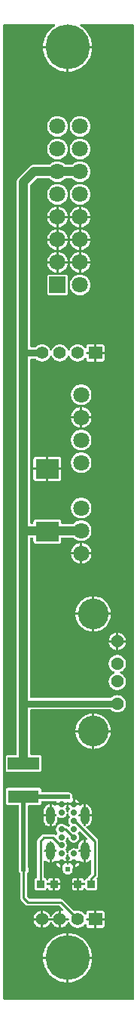
<source format=gtl>
G04 Layer: TopLayer*
G04 Panelize: , Column: 8, Row: 1, Board Size: 15.24mm x 109.86mm, Panelized Board Size: 135.92mm x 109.86mm*
G04 EasyEDA v6.5.34, 2023-08-21 18:11:39*
G04 1bbcc5af6f6940b599c5f5a08724d265,5a6b42c53f6a479593ecc07194224c93,10*
G04 Gerber Generator version 0.2*
G04 Scale: 100 percent, Rotated: No, Reflected: No *
G04 Dimensions in millimeters *
G04 leading zeros omitted , absolute positions ,4 integer and 5 decimal *
%FSLAX45Y45*%
%MOMM*%

%AMMACRO1*21,1,$1,$2,0,0,$3*%
%ADD10C,0.2540*%
%ADD11C,0.7500*%
%ADD12C,0.5000*%
%ADD13C,1.0000*%
%ADD14MACRO1,2.592X2.2075X0.0000*%
%ADD15R,2.5920X2.2075*%
%ADD16MACRO1,0.864X0.8065X90.0000*%
%ADD17MACRO1,3.4992X1.4067X0.0000*%
%ADD18R,3.4992X1.4067*%
%ADD19MACRO1,1.8X1.8X90.0000*%
%ADD20C,1.8000*%
%ADD21C,1.4310*%
%ADD22C,3.4501*%
%ADD23C,1.4000*%
%ADD24R,1.5240X1.4000*%
%ADD25O,0.6999986X0.6999986*%
%ADD26O,0.9999979999999999X1.9999959999999999*%
%ADD27C,5.0000*%
%ADD28C,0.6096*%
%ADD29C,0.0143*%

%LPD*%
G36*
X-217932Y-4419092D02*
G01*
X-221843Y-4418330D01*
X-225094Y-4416094D01*
X-227329Y-4412843D01*
X-228092Y-4408932D01*
X-228092Y6504431D01*
X-227329Y6508343D01*
X-225094Y6511594D01*
X-221843Y6513830D01*
X-217932Y6514592D01*
X345490Y6514592D01*
X349707Y6513677D01*
X353161Y6511086D01*
X355244Y6507276D01*
X355549Y6502958D01*
X353974Y6498894D01*
X350926Y6495846D01*
X337820Y6487566D01*
X319430Y6473596D01*
X302260Y6458102D01*
X286461Y6441287D01*
X272084Y6423152D01*
X259283Y6403898D01*
X248158Y6383680D01*
X238760Y6362547D01*
X231190Y6340754D01*
X225450Y6318351D01*
X221589Y6295593D01*
X219760Y6273698D01*
X482600Y6273698D01*
X482600Y6504431D01*
X483362Y6508343D01*
X485597Y6511594D01*
X488848Y6513830D01*
X492759Y6514592D01*
X497840Y6514592D01*
X501751Y6513830D01*
X505002Y6511594D01*
X507238Y6508343D01*
X508000Y6504431D01*
X508000Y6273698D01*
X770686Y6273698D01*
X770229Y6284061D01*
X767334Y6307023D01*
X762508Y6329629D01*
X755853Y6351727D01*
X747369Y6373215D01*
X737057Y6393891D01*
X725119Y6413703D01*
X711504Y6432346D01*
X696417Y6449872D01*
X679907Y6466027D01*
X662127Y6480759D01*
X643128Y6493967D01*
X640232Y6495643D01*
X636981Y6498590D01*
X635304Y6502654D01*
X635457Y6507073D01*
X637489Y6510985D01*
X640994Y6513626D01*
X645312Y6514592D01*
X1233932Y6514592D01*
X1237843Y6513830D01*
X1241094Y6511594D01*
X1243330Y6508343D01*
X1244092Y6504431D01*
X1244092Y-4408932D01*
X1243330Y-4412843D01*
X1241094Y-4416094D01*
X1237843Y-4418330D01*
X1233932Y-4419092D01*
G37*

%LPC*%
G36*
X957732Y-389077D02*
G01*
X1041400Y-389077D01*
X1041400Y-305257D01*
X1027785Y-308000D01*
X1015288Y-312420D01*
X1003452Y-318566D01*
X992632Y-326237D01*
X982878Y-335280D01*
X974496Y-345592D01*
X967587Y-356971D01*
X962304Y-369163D01*
X958697Y-381965D01*
G37*
G36*
X482600Y-4225086D02*
G01*
X482600Y-3962400D01*
X219760Y-3962400D01*
X221589Y-3984294D01*
X225450Y-4007053D01*
X231190Y-4029456D01*
X238760Y-4051249D01*
X248158Y-4072382D01*
X259283Y-4092600D01*
X272084Y-4111853D01*
X286461Y-4129989D01*
X302260Y-4146804D01*
X319430Y-4162298D01*
X337820Y-4176268D01*
X357327Y-4188612D01*
X377850Y-4199331D01*
X399135Y-4208272D01*
X421081Y-4215434D01*
X443585Y-4220718D01*
X466445Y-4224070D01*
G37*
G36*
X508000Y-3937000D02*
G01*
X770686Y-3937000D01*
X770229Y-3926636D01*
X767334Y-3903675D01*
X762508Y-3881069D01*
X755853Y-3858971D01*
X747369Y-3837482D01*
X737057Y-3816807D01*
X725119Y-3796995D01*
X711504Y-3778351D01*
X696417Y-3760825D01*
X679907Y-3744671D01*
X662127Y-3729939D01*
X643128Y-3716731D01*
X623112Y-3705199D01*
X602234Y-3695344D01*
X580542Y-3687318D01*
X558292Y-3681069D01*
X535584Y-3676751D01*
X512622Y-3674364D01*
X508000Y-3674262D01*
G37*
G36*
X219760Y-3937000D02*
G01*
X482600Y-3937000D01*
X482600Y-3674313D01*
X466445Y-3675329D01*
X443585Y-3678682D01*
X421081Y-3683965D01*
X399135Y-3691128D01*
X377850Y-3700068D01*
X357327Y-3710787D01*
X337820Y-3723132D01*
X319430Y-3737101D01*
X302260Y-3752596D01*
X286461Y-3769410D01*
X272084Y-3787546D01*
X259283Y-3806799D01*
X248158Y-3827018D01*
X238760Y-3848150D01*
X231190Y-3869944D01*
X225450Y-3892346D01*
X221589Y-3915105D01*
G37*
G36*
X820674Y-3613810D02*
G01*
X883615Y-3613810D01*
X889965Y-3613099D01*
X895400Y-3611168D01*
X900328Y-3608120D01*
X904392Y-3604006D01*
X907491Y-3599129D01*
X909370Y-3593642D01*
X910132Y-3587343D01*
X910132Y-3530600D01*
X820674Y-3530600D01*
G37*
G36*
X732383Y-3613810D02*
G01*
X795274Y-3613810D01*
X795274Y-3530600D01*
X713892Y-3530600D01*
X709980Y-3529837D01*
X706729Y-3527602D01*
X704494Y-3524300D01*
X703732Y-3520440D01*
X703732Y-3515360D01*
X704494Y-3511448D01*
X706729Y-3508146D01*
X709980Y-3505962D01*
X713892Y-3505200D01*
X795274Y-3505200D01*
X795274Y-3421989D01*
X732383Y-3421989D01*
X726033Y-3422700D01*
X720598Y-3424631D01*
X715670Y-3427679D01*
X711606Y-3431794D01*
X708507Y-3436670D01*
X706628Y-3442157D01*
X705916Y-3448456D01*
X705916Y-3458667D01*
X705002Y-3462832D01*
X702513Y-3466236D01*
X698804Y-3468370D01*
X694588Y-3468776D01*
X690575Y-3467404D01*
X687425Y-3464560D01*
X682396Y-3457397D01*
X673455Y-3447796D01*
X663295Y-3439566D01*
X652119Y-3432759D01*
X640130Y-3427526D01*
X627532Y-3424021D01*
X614527Y-3422243D01*
X601472Y-3422243D01*
X588467Y-3424021D01*
X578764Y-3426714D01*
X575208Y-3427069D01*
X571754Y-3426155D01*
X568858Y-3424123D01*
X445160Y-3300476D01*
X438912Y-3295345D01*
X432257Y-3291789D01*
X425043Y-3289604D01*
X417017Y-3288792D01*
X71018Y-3288792D01*
X67106Y-3288029D01*
X63804Y-3285794D01*
X41605Y-3263595D01*
X39370Y-3260293D01*
X38608Y-3256381D01*
X38608Y-3004108D01*
X39370Y-3000197D01*
X41605Y-2996895D01*
X43180Y-2995320D01*
X48818Y-2987294D01*
X52933Y-2978353D01*
X55473Y-2968904D01*
X56337Y-2959100D01*
X55473Y-2949295D01*
X52933Y-2939846D01*
X51866Y-2937510D01*
X50901Y-2933192D01*
X50901Y-2247544D01*
X51663Y-2243632D01*
X53898Y-2240330D01*
X57200Y-2238146D01*
X61061Y-2237384D01*
X174396Y-2237384D01*
X180695Y-2236673D01*
X186182Y-2234742D01*
X191058Y-2231694D01*
X195173Y-2227580D01*
X198221Y-2222703D01*
X200152Y-2217216D01*
X200863Y-2210917D01*
X200863Y-2202230D01*
X201625Y-2198319D01*
X203860Y-2195017D01*
X207162Y-2192832D01*
X211023Y-2192070D01*
X359156Y-2192070D01*
X362915Y-2192782D01*
X366166Y-2194864D01*
X368401Y-2197963D01*
X369316Y-2201722D01*
X368757Y-2205532D01*
X366268Y-2212746D01*
X365912Y-2215032D01*
X412597Y-2215032D01*
X412597Y-2202230D01*
X413359Y-2198319D01*
X415594Y-2195017D01*
X418846Y-2192832D01*
X422757Y-2192070D01*
X427837Y-2192070D01*
X431749Y-2192832D01*
X435000Y-2195017D01*
X437235Y-2198319D01*
X437997Y-2202230D01*
X437997Y-2215032D01*
X484682Y-2215032D01*
X484835Y-2210104D01*
X486867Y-2206244D01*
X490321Y-2203551D01*
X494639Y-2202637D01*
X496011Y-2202637D01*
X500278Y-2203551D01*
X503732Y-2206244D01*
X505764Y-2210104D01*
X505917Y-2215032D01*
X552602Y-2215032D01*
X552602Y-2162860D01*
X551078Y-2159660D01*
X550773Y-2156104D01*
X551637Y-2146300D01*
X550773Y-2136495D01*
X548233Y-2127046D01*
X544118Y-2118106D01*
X538480Y-2110079D01*
X531520Y-2103120D01*
X523493Y-2097481D01*
X514553Y-2093366D01*
X505104Y-2090826D01*
X495198Y-2089962D01*
X490118Y-2090216D01*
X211023Y-2090216D01*
X207162Y-2089454D01*
X203860Y-2087270D01*
X201625Y-2083968D01*
X200863Y-2080056D01*
X200863Y-2071370D01*
X200152Y-2065070D01*
X198221Y-2059584D01*
X195173Y-2054707D01*
X191058Y-2050592D01*
X186182Y-2047493D01*
X180695Y-2045614D01*
X174396Y-2044903D01*
X-174396Y-2044903D01*
X-180695Y-2045614D01*
X-186182Y-2047493D01*
X-191058Y-2050592D01*
X-195173Y-2054707D01*
X-198221Y-2059584D01*
X-200152Y-2065070D01*
X-200863Y-2071370D01*
X-200863Y-2210917D01*
X-200152Y-2217216D01*
X-198221Y-2222703D01*
X-195173Y-2227580D01*
X-191058Y-2231694D01*
X-186182Y-2234742D01*
X-180695Y-2236673D01*
X-174396Y-2237384D01*
X-61061Y-2237384D01*
X-57200Y-2238146D01*
X-53898Y-2240330D01*
X-51663Y-2243632D01*
X-50901Y-2247544D01*
X-50901Y-2933192D01*
X-51866Y-2937510D01*
X-52933Y-2939846D01*
X-55473Y-2949295D01*
X-56337Y-2959100D01*
X-55473Y-2968904D01*
X-52933Y-2978353D01*
X-48818Y-2987294D01*
X-43180Y-2995320D01*
X-41605Y-2996895D01*
X-39370Y-3000197D01*
X-38608Y-3004108D01*
X-38608Y-3276092D01*
X-37795Y-3284118D01*
X-35610Y-3291332D01*
X-32054Y-3298037D01*
X-26924Y-3304235D01*
X23164Y-3354324D01*
X29362Y-3359454D01*
X36068Y-3363010D01*
X43281Y-3365195D01*
X51308Y-3366008D01*
X397306Y-3366008D01*
X401167Y-3366770D01*
X404469Y-3369005D01*
X444550Y-3409035D01*
X446887Y-3412744D01*
X447446Y-3417163D01*
X446125Y-3421329D01*
X443128Y-3424580D01*
X439013Y-3426256D01*
X434593Y-3426002D01*
X427532Y-3424021D01*
X420725Y-3423056D01*
X420725Y-3505200D01*
X502107Y-3505200D01*
X506018Y-3505962D01*
X509270Y-3508146D01*
X511505Y-3511448D01*
X512267Y-3515360D01*
X512267Y-3520440D01*
X511505Y-3524300D01*
X509270Y-3527602D01*
X506018Y-3529837D01*
X502107Y-3530600D01*
X420725Y-3530600D01*
X420725Y-3612692D01*
X427532Y-3611778D01*
X440131Y-3608222D01*
X452120Y-3603040D01*
X463296Y-3596233D01*
X473456Y-3587953D01*
X482396Y-3578402D01*
X489915Y-3567734D01*
X495960Y-3556101D01*
X498449Y-3549091D01*
X500583Y-3545586D01*
X503935Y-3543198D01*
X508000Y-3542334D01*
X512064Y-3543198D01*
X515416Y-3545586D01*
X517550Y-3549091D01*
X520039Y-3556101D01*
X526084Y-3567734D01*
X533603Y-3578402D01*
X542544Y-3587953D01*
X552704Y-3596233D01*
X563880Y-3603040D01*
X575868Y-3608222D01*
X588467Y-3611778D01*
X601472Y-3613556D01*
X614527Y-3613556D01*
X627532Y-3611778D01*
X640130Y-3608222D01*
X652119Y-3603040D01*
X663295Y-3596233D01*
X673455Y-3587953D01*
X682396Y-3578402D01*
X687425Y-3571240D01*
X690575Y-3568344D01*
X694588Y-3567023D01*
X698804Y-3567429D01*
X702513Y-3569512D01*
X705002Y-3572967D01*
X705916Y-3577082D01*
X705916Y-3587343D01*
X706628Y-3593642D01*
X708507Y-3599129D01*
X711606Y-3604006D01*
X715670Y-3608120D01*
X720598Y-3611168D01*
X726033Y-3613099D01*
G37*
G36*
X482600Y5985611D02*
G01*
X482600Y6248298D01*
X219760Y6248298D01*
X221589Y6226403D01*
X225450Y6203645D01*
X231190Y6181242D01*
X238760Y6159449D01*
X248158Y6138316D01*
X259283Y6118098D01*
X272084Y6098844D01*
X286461Y6080709D01*
X302260Y6063894D01*
X319430Y6048400D01*
X337820Y6034430D01*
X357327Y6022086D01*
X377850Y6011367D01*
X399135Y6002426D01*
X421081Y5995263D01*
X443585Y5989980D01*
X466445Y5986627D01*
G37*
G36*
X195326Y-3612692D02*
G01*
X195326Y-3530600D01*
X112979Y-3530600D01*
X115671Y-3543757D01*
X120040Y-3556101D01*
X126085Y-3567734D01*
X133604Y-3578402D01*
X142544Y-3587953D01*
X152704Y-3596233D01*
X163880Y-3603040D01*
X175869Y-3608222D01*
X188468Y-3611778D01*
G37*
G36*
X220725Y-3612692D02*
G01*
X227533Y-3611778D01*
X240131Y-3608222D01*
X252120Y-3603040D01*
X263296Y-3596233D01*
X273456Y-3587953D01*
X282397Y-3578402D01*
X289915Y-3567734D01*
X295960Y-3556101D01*
X298450Y-3549091D01*
X300583Y-3545586D01*
X303936Y-3543198D01*
X308000Y-3542334D01*
X312064Y-3543198D01*
X315417Y-3545586D01*
X317550Y-3549091D01*
X320040Y-3556101D01*
X326085Y-3567734D01*
X333603Y-3578402D01*
X342544Y-3587953D01*
X352704Y-3596233D01*
X363880Y-3603040D01*
X375869Y-3608222D01*
X388467Y-3611778D01*
X395325Y-3612692D01*
X395325Y-3530600D01*
X220725Y-3530600D01*
G37*
G36*
X508000Y5985560D02*
G01*
X512622Y5985662D01*
X535584Y5988050D01*
X558292Y5992368D01*
X580542Y5998616D01*
X602234Y6006642D01*
X623112Y6016498D01*
X643128Y6028029D01*
X662127Y6041237D01*
X679907Y6055969D01*
X696417Y6072124D01*
X711504Y6089599D01*
X725119Y6108293D01*
X737057Y6128105D01*
X747369Y6148781D01*
X755853Y6170269D01*
X762508Y6192367D01*
X767334Y6214973D01*
X770229Y6237935D01*
X770686Y6248298D01*
X508000Y6248298D01*
G37*
G36*
X381000Y5256123D02*
G01*
X395528Y5257038D01*
X409803Y5259730D01*
X423672Y5264251D01*
X436829Y5270449D01*
X449122Y5278221D01*
X460349Y5287518D01*
X470306Y5298135D01*
X478840Y5309870D01*
X485851Y5322671D01*
X491235Y5336184D01*
X494842Y5350256D01*
X496671Y5364734D01*
X496671Y5379262D01*
X494842Y5393690D01*
X491235Y5407812D01*
X485851Y5421325D01*
X478840Y5434076D01*
X470306Y5445861D01*
X460349Y5456478D01*
X449122Y5465724D01*
X436829Y5473547D01*
X423672Y5479745D01*
X409803Y5484215D01*
X395528Y5486958D01*
X381000Y5487873D01*
X366471Y5486958D01*
X352196Y5484215D01*
X338328Y5479745D01*
X325170Y5473547D01*
X312877Y5465724D01*
X301650Y5456478D01*
X291693Y5445861D01*
X283159Y5434076D01*
X276148Y5421325D01*
X270764Y5407812D01*
X267157Y5393690D01*
X265328Y5379262D01*
X265328Y5364734D01*
X267157Y5350256D01*
X270764Y5336184D01*
X276148Y5322671D01*
X283159Y5309870D01*
X291693Y5298135D01*
X301650Y5287518D01*
X312877Y5278221D01*
X325170Y5270449D01*
X338328Y5264251D01*
X352196Y5259730D01*
X366471Y5257038D01*
G37*
G36*
X112979Y-3505200D02*
G01*
X195326Y-3505200D01*
X195326Y-3423056D01*
X188468Y-3424021D01*
X175869Y-3427526D01*
X163880Y-3432759D01*
X152704Y-3439566D01*
X142544Y-3447796D01*
X133604Y-3457397D01*
X126085Y-3468065D01*
X120040Y-3479698D01*
X115671Y-3492042D01*
G37*
G36*
X820674Y-3505200D02*
G01*
X910132Y-3505200D01*
X910132Y-3448456D01*
X909370Y-3442157D01*
X907491Y-3436670D01*
X904392Y-3431794D01*
X900328Y-3427679D01*
X895400Y-3424631D01*
X889965Y-3422700D01*
X883615Y-3421989D01*
X820674Y-3421989D01*
G37*
G36*
X220725Y-3505200D02*
G01*
X395325Y-3505200D01*
X395325Y-3423056D01*
X388467Y-3424021D01*
X375869Y-3427526D01*
X363880Y-3432759D01*
X352704Y-3439566D01*
X342544Y-3447796D01*
X333603Y-3457397D01*
X326085Y-3468065D01*
X320040Y-3479698D01*
X317550Y-3486658D01*
X315417Y-3490214D01*
X312064Y-3492601D01*
X308000Y-3493414D01*
X303936Y-3492601D01*
X300583Y-3490214D01*
X298450Y-3486658D01*
X295960Y-3479698D01*
X289915Y-3468065D01*
X282397Y-3457397D01*
X273456Y-3447796D01*
X263296Y-3439566D01*
X252120Y-3432759D01*
X240131Y-3427526D01*
X227533Y-3424021D01*
X220725Y-3423056D01*
G37*
G36*
X635000Y5256123D02*
G01*
X649528Y5257038D01*
X663803Y5259730D01*
X677672Y5264251D01*
X690829Y5270449D01*
X703122Y5278221D01*
X714349Y5287518D01*
X724306Y5298135D01*
X732840Y5309870D01*
X739851Y5322671D01*
X745236Y5336184D01*
X748842Y5350256D01*
X750671Y5364734D01*
X750671Y5379262D01*
X748842Y5393690D01*
X745236Y5407812D01*
X739851Y5421325D01*
X732840Y5434076D01*
X724306Y5445861D01*
X714349Y5456478D01*
X703122Y5465724D01*
X690829Y5473547D01*
X677672Y5479745D01*
X663803Y5484215D01*
X649528Y5486958D01*
X635000Y5487873D01*
X620471Y5486958D01*
X606196Y5484215D01*
X592328Y5479745D01*
X579170Y5473547D01*
X566877Y5465724D01*
X555650Y5456478D01*
X545693Y5445861D01*
X537159Y5434076D01*
X530148Y5421325D01*
X524764Y5407812D01*
X521157Y5393690D01*
X519328Y5379262D01*
X519328Y5364734D01*
X521157Y5350256D01*
X524764Y5336184D01*
X530148Y5322671D01*
X537159Y5309870D01*
X545693Y5298135D01*
X555650Y5287518D01*
X566877Y5278221D01*
X579170Y5270449D01*
X592328Y5264251D01*
X606196Y5259730D01*
X620471Y5257038D01*
G37*
G36*
X635000Y5002123D02*
G01*
X649528Y5003038D01*
X663803Y5005730D01*
X677672Y5010251D01*
X690829Y5016449D01*
X703122Y5024221D01*
X714349Y5033518D01*
X724306Y5044135D01*
X732840Y5055870D01*
X739851Y5068671D01*
X745236Y5082184D01*
X748842Y5096256D01*
X750671Y5110734D01*
X750671Y5125262D01*
X748842Y5139690D01*
X745236Y5153812D01*
X739851Y5167325D01*
X732840Y5180076D01*
X724306Y5191861D01*
X714349Y5202478D01*
X703122Y5211724D01*
X690829Y5219547D01*
X677672Y5225745D01*
X663803Y5230215D01*
X649528Y5232958D01*
X635000Y5233873D01*
X620471Y5232958D01*
X606196Y5230215D01*
X592328Y5225745D01*
X579170Y5219547D01*
X566877Y5211724D01*
X555650Y5202478D01*
X545693Y5191861D01*
X537159Y5180076D01*
X530148Y5167325D01*
X524764Y5153812D01*
X521157Y5139690D01*
X519328Y5125262D01*
X519328Y5110734D01*
X521157Y5096256D01*
X524764Y5082184D01*
X530148Y5068671D01*
X537159Y5055870D01*
X545693Y5044135D01*
X555650Y5033518D01*
X566877Y5024221D01*
X579170Y5016449D01*
X592328Y5010251D01*
X606196Y5005730D01*
X620471Y5003038D01*
G37*
G36*
X381000Y5002123D02*
G01*
X395528Y5003038D01*
X409803Y5005730D01*
X423672Y5010251D01*
X436829Y5016449D01*
X449122Y5024221D01*
X460349Y5033518D01*
X470306Y5044135D01*
X478840Y5055870D01*
X485851Y5068671D01*
X491235Y5082184D01*
X494842Y5096256D01*
X496671Y5110734D01*
X496671Y5125262D01*
X494842Y5139690D01*
X491235Y5153812D01*
X485851Y5167325D01*
X478840Y5180076D01*
X470306Y5191861D01*
X460349Y5202478D01*
X449122Y5211724D01*
X436829Y5219547D01*
X423672Y5225745D01*
X409803Y5230215D01*
X395528Y5232958D01*
X381000Y5233873D01*
X366471Y5232958D01*
X352196Y5230215D01*
X338328Y5225745D01*
X325170Y5219547D01*
X312877Y5211724D01*
X301650Y5202478D01*
X291693Y5191861D01*
X283159Y5180076D01*
X276148Y5167325D01*
X270764Y5153812D01*
X267157Y5139690D01*
X265328Y5125262D01*
X265328Y5110734D01*
X267157Y5096256D01*
X270764Y5082184D01*
X276148Y5068671D01*
X283159Y5055870D01*
X291693Y5044135D01*
X301650Y5033518D01*
X312877Y5024221D01*
X325170Y5016449D01*
X338328Y5010251D01*
X352196Y5005730D01*
X366471Y5003038D01*
G37*
G36*
X381000Y4494123D02*
G01*
X395528Y4495038D01*
X409803Y4497730D01*
X423672Y4502251D01*
X436829Y4508449D01*
X449122Y4516221D01*
X460349Y4525518D01*
X470306Y4536135D01*
X478840Y4547870D01*
X485851Y4560671D01*
X491235Y4574184D01*
X494842Y4588256D01*
X496671Y4602734D01*
X496671Y4617262D01*
X494842Y4631690D01*
X491235Y4645812D01*
X485851Y4659325D01*
X478840Y4672076D01*
X470306Y4683861D01*
X460349Y4694478D01*
X449122Y4703724D01*
X436829Y4711547D01*
X423672Y4717745D01*
X409803Y4722215D01*
X395528Y4724958D01*
X381000Y4725873D01*
X366471Y4724958D01*
X352196Y4722215D01*
X338328Y4717745D01*
X325170Y4711547D01*
X312877Y4703724D01*
X301650Y4694478D01*
X291693Y4683861D01*
X283159Y4672076D01*
X276148Y4659325D01*
X270764Y4645812D01*
X267157Y4631690D01*
X265328Y4617262D01*
X265328Y4602734D01*
X267157Y4588256D01*
X270764Y4574184D01*
X276148Y4560671D01*
X283159Y4547870D01*
X291693Y4536135D01*
X301650Y4525518D01*
X312877Y4516221D01*
X325170Y4508449D01*
X338328Y4502251D01*
X352196Y4497730D01*
X366471Y4495038D01*
G37*
G36*
X570738Y-3193288D02*
G01*
X597763Y-3193288D01*
X597763Y-3136900D01*
X544220Y-3136900D01*
X544220Y-3166821D01*
X544931Y-3173171D01*
X546862Y-3178606D01*
X549960Y-3183534D01*
X554024Y-3187598D01*
X558952Y-3190697D01*
X564388Y-3192576D01*
G37*
G36*
X354736Y-3193288D02*
G01*
X381762Y-3193288D01*
X388112Y-3192576D01*
X393547Y-3190697D01*
X398475Y-3187598D01*
X402539Y-3183534D01*
X405638Y-3178606D01*
X407568Y-3173171D01*
X408279Y-3166821D01*
X408279Y-3136900D01*
X354736Y-3136900D01*
G37*
G36*
X151638Y-3193288D02*
G01*
X231140Y-3193288D01*
X237439Y-3192576D01*
X242925Y-3190697D01*
X247802Y-3187598D01*
X251917Y-3183534D01*
X254965Y-3178606D01*
X257098Y-3172561D01*
X259232Y-3169005D01*
X262636Y-3166567D01*
X266700Y-3165754D01*
X270764Y-3166567D01*
X274167Y-3169005D01*
X276301Y-3172561D01*
X278434Y-3178606D01*
X281482Y-3183534D01*
X285597Y-3187598D01*
X290474Y-3190697D01*
X295960Y-3192576D01*
X302260Y-3193288D01*
X329336Y-3193288D01*
X329336Y-3136900D01*
X267766Y-3136900D01*
X263855Y-3136138D01*
X260604Y-3133902D01*
X258368Y-3130651D01*
X257606Y-3126740D01*
X257606Y-3121660D01*
X258368Y-3117748D01*
X260604Y-3114497D01*
X263855Y-3112262D01*
X267766Y-3111500D01*
X329336Y-3111500D01*
X329336Y-3055112D01*
X302260Y-3055112D01*
X295960Y-3055823D01*
X290474Y-3057702D01*
X285597Y-3060801D01*
X281482Y-3064865D01*
X278434Y-3069793D01*
X276301Y-3075838D01*
X274167Y-3079394D01*
X270764Y-3081832D01*
X266700Y-3082645D01*
X262636Y-3081832D01*
X259232Y-3079394D01*
X257098Y-3075838D01*
X254965Y-3069793D01*
X251917Y-3064865D01*
X247802Y-3060801D01*
X242925Y-3057702D01*
X236677Y-3055518D01*
X233121Y-3053384D01*
X230733Y-3049981D01*
X229870Y-3045917D01*
X229870Y-2862021D01*
X230632Y-2858211D01*
X232765Y-2854909D01*
X235966Y-2852724D01*
X239775Y-2851861D01*
X243636Y-2852521D01*
X246938Y-2854553D01*
X254965Y-2862021D01*
X264363Y-2868422D01*
X274574Y-2873349D01*
X285394Y-2876702D01*
X289610Y-2877312D01*
X289610Y-2765399D01*
X240029Y-2765399D01*
X236118Y-2764637D01*
X232867Y-2762453D01*
X230632Y-2759151D01*
X229870Y-2755239D01*
X229870Y-2750159D01*
X230632Y-2746298D01*
X232867Y-2742996D01*
X236118Y-2740761D01*
X240029Y-2739999D01*
X289610Y-2739999D01*
X289610Y-2652268D01*
X290372Y-2648356D01*
X292557Y-2645105D01*
X295859Y-2642870D01*
X299770Y-2642108D01*
X304850Y-2642108D01*
X308711Y-2642870D01*
X312013Y-2645105D01*
X314248Y-2648356D01*
X315010Y-2652268D01*
X315010Y-2739999D01*
X362356Y-2739999D01*
X366369Y-2740863D01*
X369773Y-2743200D01*
X371906Y-2746705D01*
X372516Y-2750718D01*
X371449Y-2754731D01*
X368909Y-2759811D01*
X366674Y-2762758D01*
X363524Y-2764739D01*
X359816Y-2765399D01*
X315010Y-2765399D01*
X315010Y-2877312D01*
X319176Y-2876702D01*
X330047Y-2873349D01*
X340258Y-2868422D01*
X348894Y-2862529D01*
X352501Y-2860954D01*
X356412Y-2860903D01*
X360070Y-2862326D01*
X362915Y-2865018D01*
X412597Y-2865018D01*
X412597Y-2853588D01*
X413359Y-2849676D01*
X415594Y-2846374D01*
X418896Y-2844190D01*
X422757Y-2843428D01*
X427837Y-2843428D01*
X431749Y-2844190D01*
X435000Y-2846374D01*
X437235Y-2849676D01*
X437997Y-2853588D01*
X437997Y-2865018D01*
X484682Y-2865018D01*
X484327Y-2862783D01*
X481025Y-2853283D01*
X476250Y-2844444D01*
X470052Y-2836468D01*
X468172Y-2832455D01*
X468172Y-2827985D01*
X470052Y-2823972D01*
X476250Y-2815996D01*
X481025Y-2807157D01*
X484327Y-2797657D01*
X485292Y-2791866D01*
X486714Y-2788056D01*
X489559Y-2785160D01*
X493268Y-2783586D01*
X497332Y-2783586D01*
X501040Y-2785160D01*
X503885Y-2788056D01*
X505307Y-2791866D01*
X506272Y-2797657D01*
X509574Y-2807157D01*
X514350Y-2815996D01*
X520547Y-2823972D01*
X522427Y-2827985D01*
X522427Y-2832455D01*
X520547Y-2836468D01*
X514350Y-2844444D01*
X509574Y-2853283D01*
X506272Y-2862783D01*
X505917Y-2865018D01*
X552602Y-2865018D01*
X552602Y-2853588D01*
X553364Y-2849676D01*
X555599Y-2846374D01*
X558850Y-2844190D01*
X562762Y-2843428D01*
X567842Y-2843428D01*
X571703Y-2844190D01*
X575005Y-2846374D01*
X577240Y-2849676D01*
X578002Y-2853588D01*
X578002Y-2865018D01*
X627684Y-2865018D01*
X630529Y-2862326D01*
X634187Y-2860903D01*
X638098Y-2860954D01*
X641705Y-2862529D01*
X650341Y-2868422D01*
X660552Y-2873349D01*
X671423Y-2876702D01*
X675589Y-2877312D01*
X675589Y-2765399D01*
X630732Y-2765399D01*
X627075Y-2764739D01*
X623925Y-2762758D01*
X621639Y-2759811D01*
X619150Y-2754731D01*
X618083Y-2750718D01*
X618693Y-2746705D01*
X620826Y-2743200D01*
X624179Y-2740863D01*
X628243Y-2739999D01*
X675589Y-2739999D01*
X675589Y-2628087D01*
X671423Y-2628747D01*
X660552Y-2632100D01*
X650341Y-2636977D01*
X640994Y-2643378D01*
X632663Y-2651099D01*
X625602Y-2659989D01*
X619912Y-2669794D01*
X615797Y-2680360D01*
X613257Y-2691384D01*
X612394Y-2703068D01*
X612394Y-2722219D01*
X611479Y-2726486D01*
X608838Y-2729941D01*
X605028Y-2732024D01*
X600710Y-2732278D01*
X596696Y-2730754D01*
X594258Y-2729179D01*
X585063Y-2725115D01*
X575310Y-2722676D01*
X565302Y-2721813D01*
X555294Y-2722676D01*
X545541Y-2725115D01*
X536346Y-2729179D01*
X527913Y-2734665D01*
X520496Y-2741472D01*
X514350Y-2749397D01*
X509574Y-2758236D01*
X506272Y-2767787D01*
X505307Y-2773578D01*
X503885Y-2777337D01*
X501040Y-2780284D01*
X497332Y-2781858D01*
X493268Y-2781858D01*
X489559Y-2780284D01*
X486714Y-2777337D01*
X485292Y-2773578D01*
X484327Y-2767787D01*
X481025Y-2758236D01*
X476250Y-2749397D01*
X470052Y-2741472D01*
X468172Y-2737408D01*
X468172Y-2732989D01*
X470052Y-2728976D01*
X476250Y-2721000D01*
X481025Y-2712161D01*
X484327Y-2702661D01*
X485952Y-2692755D01*
X485952Y-2682697D01*
X484327Y-2672740D01*
X481025Y-2663240D01*
X476250Y-2654401D01*
X471982Y-2648966D01*
X470103Y-2644902D01*
X470103Y-2640482D01*
X471982Y-2636469D01*
X476250Y-2630982D01*
X481025Y-2622143D01*
X484327Y-2612644D01*
X485292Y-2606852D01*
X486714Y-2603042D01*
X489559Y-2600147D01*
X493268Y-2598572D01*
X497332Y-2598572D01*
X501040Y-2600147D01*
X503885Y-2603042D01*
X505307Y-2606852D01*
X506272Y-2612644D01*
X509574Y-2622143D01*
X514350Y-2630982D01*
X520496Y-2638907D01*
X527913Y-2645765D01*
X536346Y-2651252D01*
X545541Y-2655265D01*
X555294Y-2657754D01*
X565302Y-2658567D01*
X575310Y-2657754D01*
X585063Y-2655265D01*
X594258Y-2651252D01*
X602691Y-2645765D01*
X610108Y-2638907D01*
X616254Y-2630982D01*
X621030Y-2622143D01*
X624332Y-2612644D01*
X625957Y-2602738D01*
X625957Y-2592679D01*
X624332Y-2582773D01*
X621030Y-2573274D01*
X616254Y-2564434D01*
X611987Y-2558948D01*
X610108Y-2554935D01*
X610108Y-2550464D01*
X611987Y-2546451D01*
X616254Y-2541016D01*
X619810Y-2534412D01*
X622198Y-2531465D01*
X625449Y-2529636D01*
X629158Y-2529078D01*
X632866Y-2529941D01*
X635965Y-2532024D01*
X715924Y-2612034D01*
X718312Y-2615793D01*
X718820Y-2620213D01*
X717448Y-2624429D01*
X714349Y-2627680D01*
X710184Y-2629255D01*
X700989Y-2628087D01*
X700989Y-2739999D01*
X751332Y-2739999D01*
X755243Y-2740761D01*
X758494Y-2742996D01*
X760730Y-2746298D01*
X761492Y-2750159D01*
X761492Y-2755239D01*
X760730Y-2759151D01*
X758494Y-2762453D01*
X755243Y-2764637D01*
X751332Y-2765399D01*
X700989Y-2765399D01*
X700989Y-2877312D01*
X705205Y-2876702D01*
X716026Y-2873349D01*
X726236Y-2868422D01*
X735634Y-2862021D01*
X744423Y-2853842D01*
X747725Y-2851810D01*
X751586Y-2851150D01*
X755396Y-2852013D01*
X758596Y-2854198D01*
X760730Y-2857500D01*
X761492Y-2861310D01*
X761492Y-3002381D01*
X760730Y-3006293D01*
X758494Y-3009595D01*
X734212Y-3033928D01*
X729081Y-3040126D01*
X725525Y-3046831D01*
X725017Y-3048508D01*
X723138Y-3051962D01*
X720140Y-3054451D01*
X715060Y-3055823D01*
X709574Y-3057702D01*
X704697Y-3060801D01*
X700582Y-3064865D01*
X697534Y-3069793D01*
X695401Y-3075838D01*
X693267Y-3079394D01*
X689864Y-3081832D01*
X685800Y-3082645D01*
X681736Y-3081832D01*
X678332Y-3079394D01*
X676198Y-3075838D01*
X674065Y-3069793D01*
X671017Y-3064865D01*
X666902Y-3060801D01*
X662025Y-3057702D01*
X656539Y-3055823D01*
X650240Y-3055112D01*
X623163Y-3055112D01*
X623163Y-3111500D01*
X684733Y-3111500D01*
X688644Y-3112262D01*
X691896Y-3114497D01*
X694131Y-3117748D01*
X694893Y-3121660D01*
X694893Y-3126740D01*
X694131Y-3130651D01*
X691896Y-3133902D01*
X688644Y-3136138D01*
X684733Y-3136900D01*
X623163Y-3136900D01*
X623163Y-3193288D01*
X650240Y-3193288D01*
X656539Y-3192576D01*
X662025Y-3190697D01*
X666902Y-3187598D01*
X671017Y-3183534D01*
X674065Y-3178606D01*
X676198Y-3172561D01*
X678332Y-3169005D01*
X681736Y-3166567D01*
X685800Y-3165754D01*
X689864Y-3166567D01*
X693267Y-3169005D01*
X695401Y-3172561D01*
X697534Y-3178606D01*
X700582Y-3183534D01*
X704697Y-3187598D01*
X709574Y-3190697D01*
X715060Y-3192576D01*
X721360Y-3193288D01*
X800862Y-3193288D01*
X807212Y-3192576D01*
X812647Y-3190697D01*
X817575Y-3187598D01*
X821639Y-3183534D01*
X824737Y-3178606D01*
X826668Y-3173171D01*
X827379Y-3166821D01*
X827379Y-3081578D01*
X826668Y-3075228D01*
X824737Y-3069793D01*
X822401Y-3066084D01*
X821080Y-3062935D01*
X820928Y-3059531D01*
X821842Y-3056280D01*
X823823Y-3053486D01*
X827024Y-3050235D01*
X832154Y-3044037D01*
X835710Y-3037332D01*
X837895Y-3030118D01*
X838708Y-3022092D01*
X838708Y-2642108D01*
X837895Y-2634081D01*
X835710Y-2626868D01*
X832154Y-2620162D01*
X827024Y-2613964D01*
X705358Y-2492248D01*
X703072Y-2488793D01*
X702360Y-2484678D01*
X703376Y-2480665D01*
X705916Y-2477363D01*
X709523Y-2475331D01*
X716026Y-2473350D01*
X726236Y-2468422D01*
X735634Y-2462022D01*
X743915Y-2454300D01*
X750976Y-2445461D01*
X756666Y-2435656D01*
X760831Y-2425090D01*
X763320Y-2414016D01*
X764184Y-2402332D01*
X764184Y-2365400D01*
X700989Y-2365400D01*
X700989Y-2463393D01*
X700227Y-2467254D01*
X698042Y-2470556D01*
X694740Y-2472740D01*
X690829Y-2473553D01*
X686968Y-2472740D01*
X683666Y-2470556D01*
X678586Y-2465476D01*
X676351Y-2462174D01*
X675589Y-2458313D01*
X675589Y-2365400D01*
X628192Y-2365400D01*
X624179Y-2364587D01*
X620826Y-2362250D01*
X618642Y-2358745D01*
X618083Y-2354681D01*
X619099Y-2350719D01*
X621639Y-2345639D01*
X623925Y-2342642D01*
X627075Y-2340711D01*
X630732Y-2340000D01*
X675589Y-2340000D01*
X675589Y-2228088D01*
X671423Y-2228748D01*
X660552Y-2232101D01*
X650341Y-2236978D01*
X641705Y-2242921D01*
X638098Y-2244445D01*
X634187Y-2244496D01*
X630529Y-2243124D01*
X627684Y-2240432D01*
X578002Y-2240432D01*
X578002Y-2251811D01*
X577240Y-2255723D01*
X575005Y-2259025D01*
X571703Y-2261209D01*
X567842Y-2261971D01*
X562762Y-2261971D01*
X558850Y-2261209D01*
X555548Y-2259025D01*
X553364Y-2255723D01*
X552602Y-2251811D01*
X552602Y-2240432D01*
X505917Y-2240432D01*
X506272Y-2242667D01*
X509574Y-2252167D01*
X514350Y-2261006D01*
X520547Y-2268982D01*
X522427Y-2272995D01*
X522427Y-2277414D01*
X520547Y-2281428D01*
X514350Y-2289403D01*
X509574Y-2298242D01*
X506272Y-2307742D01*
X505307Y-2313533D01*
X503885Y-2317343D01*
X501040Y-2320239D01*
X497332Y-2321814D01*
X493268Y-2321814D01*
X489559Y-2320239D01*
X486714Y-2317343D01*
X485292Y-2313533D01*
X484327Y-2307742D01*
X481025Y-2298242D01*
X476250Y-2289403D01*
X470052Y-2281428D01*
X468172Y-2277414D01*
X468172Y-2272995D01*
X470052Y-2268982D01*
X476250Y-2261006D01*
X481025Y-2252167D01*
X484327Y-2242667D01*
X484682Y-2240432D01*
X437997Y-2240432D01*
X437997Y-2251811D01*
X437235Y-2255723D01*
X435000Y-2259025D01*
X431749Y-2261209D01*
X427837Y-2261971D01*
X422757Y-2261971D01*
X418846Y-2261209D01*
X415594Y-2259025D01*
X413359Y-2255723D01*
X412597Y-2251811D01*
X412597Y-2240432D01*
X362915Y-2240432D01*
X360070Y-2243124D01*
X356412Y-2244496D01*
X352501Y-2244445D01*
X348894Y-2242921D01*
X340258Y-2236978D01*
X330047Y-2232101D01*
X319176Y-2228748D01*
X315010Y-2228088D01*
X315010Y-2340000D01*
X359867Y-2340000D01*
X363524Y-2340711D01*
X366674Y-2342642D01*
X368960Y-2345639D01*
X371500Y-2350719D01*
X372516Y-2354681D01*
X371906Y-2358745D01*
X369773Y-2362250D01*
X366420Y-2364587D01*
X362407Y-2365400D01*
X315010Y-2365400D01*
X315010Y-2477312D01*
X319176Y-2476703D01*
X330047Y-2473350D01*
X340258Y-2468422D01*
X349605Y-2462022D01*
X357936Y-2454300D01*
X364998Y-2445461D01*
X370687Y-2435656D01*
X374802Y-2425090D01*
X377342Y-2414016D01*
X378206Y-2402332D01*
X378206Y-2383180D01*
X379120Y-2378913D01*
X381762Y-2375458D01*
X385572Y-2373426D01*
X389890Y-2373122D01*
X393903Y-2374646D01*
X396341Y-2376220D01*
X405536Y-2380284D01*
X415290Y-2382723D01*
X425297Y-2383586D01*
X435305Y-2382723D01*
X445058Y-2380284D01*
X454253Y-2376220D01*
X462686Y-2370734D01*
X470103Y-2363927D01*
X476250Y-2356002D01*
X481025Y-2347163D01*
X484327Y-2337612D01*
X485292Y-2331821D01*
X486714Y-2328062D01*
X489559Y-2325116D01*
X493268Y-2323541D01*
X497332Y-2323541D01*
X501040Y-2325116D01*
X503885Y-2328062D01*
X505307Y-2331821D01*
X506272Y-2337612D01*
X509574Y-2347163D01*
X514350Y-2356002D01*
X520547Y-2363927D01*
X522427Y-2367991D01*
X522427Y-2372410D01*
X520547Y-2376424D01*
X514350Y-2384399D01*
X509574Y-2393238D01*
X506272Y-2402738D01*
X504647Y-2412644D01*
X504647Y-2422702D01*
X506272Y-2432659D01*
X509574Y-2442159D01*
X514350Y-2450998D01*
X518566Y-2456434D01*
X520496Y-2460396D01*
X520496Y-2464816D01*
X518718Y-2468778D01*
X513486Y-2475687D01*
X510438Y-2478430D01*
X506577Y-2479700D01*
X502513Y-2479344D01*
X498957Y-2477465D01*
X496722Y-2475636D01*
X490067Y-2472080D01*
X482854Y-2469896D01*
X476097Y-2469235D01*
X472948Y-2468422D01*
X470204Y-2466594D01*
X462686Y-2459634D01*
X454253Y-2454148D01*
X445058Y-2450134D01*
X435305Y-2447645D01*
X425297Y-2446832D01*
X415290Y-2447645D01*
X405536Y-2450134D01*
X396341Y-2454148D01*
X387908Y-2459634D01*
X380492Y-2466492D01*
X374345Y-2474417D01*
X369570Y-2483256D01*
X366268Y-2492756D01*
X364642Y-2502662D01*
X364642Y-2512720D01*
X366268Y-2522626D01*
X369570Y-2532126D01*
X374345Y-2541016D01*
X378612Y-2546451D01*
X380492Y-2550464D01*
X380492Y-2554935D01*
X378612Y-2558948D01*
X374345Y-2564434D01*
X370586Y-2571343D01*
X367639Y-2574696D01*
X363575Y-2576474D01*
X359156Y-2576372D01*
X355193Y-2574391D01*
X351637Y-2571445D01*
X344932Y-2567889D01*
X337718Y-2565704D01*
X329692Y-2564892D01*
X229108Y-2564892D01*
X221081Y-2565704D01*
X213867Y-2567889D01*
X207213Y-2571394D01*
X200355Y-2577134D01*
X163728Y-2615285D01*
X159207Y-2620873D01*
X155651Y-2627630D01*
X153466Y-2634843D01*
X152654Y-2642870D01*
X152654Y-3046018D01*
X151790Y-3050082D01*
X149402Y-3053486D01*
X145846Y-3055620D01*
X139852Y-3057702D01*
X134924Y-3060801D01*
X130860Y-3064865D01*
X127762Y-3069793D01*
X125831Y-3075228D01*
X125120Y-3081578D01*
X125120Y-3166821D01*
X125831Y-3173171D01*
X127762Y-3178606D01*
X130860Y-3183534D01*
X134924Y-3187598D01*
X139852Y-3190697D01*
X145288Y-3192576D01*
G37*
G36*
X635000Y4494123D02*
G01*
X649528Y4495038D01*
X663803Y4497730D01*
X677672Y4502251D01*
X690829Y4508449D01*
X703122Y4516221D01*
X714349Y4525518D01*
X724306Y4536135D01*
X732840Y4547870D01*
X739851Y4560671D01*
X745236Y4574184D01*
X748842Y4588256D01*
X750671Y4602734D01*
X750671Y4617262D01*
X748842Y4631690D01*
X745236Y4645812D01*
X739851Y4659325D01*
X732840Y4672076D01*
X724306Y4683861D01*
X714349Y4694478D01*
X703122Y4703724D01*
X690829Y4711547D01*
X677672Y4717745D01*
X663803Y4722215D01*
X649528Y4724958D01*
X635000Y4725873D01*
X620471Y4724958D01*
X606196Y4722215D01*
X592328Y4717745D01*
X579170Y4711547D01*
X566877Y4703724D01*
X555650Y4694478D01*
X545693Y4683861D01*
X537159Y4672076D01*
X530148Y4659325D01*
X524764Y4645812D01*
X521157Y4631690D01*
X519328Y4617262D01*
X519328Y4602734D01*
X521157Y4588256D01*
X524764Y4574184D01*
X530148Y4560671D01*
X537159Y4547870D01*
X545693Y4536135D01*
X555650Y4525518D01*
X566877Y4516221D01*
X579170Y4508449D01*
X592328Y4502251D01*
X606196Y4497730D01*
X620471Y4495038D01*
G37*
G36*
X647700Y4368698D02*
G01*
X749960Y4368698D01*
X748842Y4377690D01*
X745236Y4391812D01*
X739851Y4405325D01*
X732840Y4418076D01*
X724306Y4429861D01*
X714349Y4440478D01*
X703122Y4449724D01*
X690829Y4457547D01*
X677672Y4463745D01*
X663803Y4468215D01*
X649528Y4470958D01*
X647700Y4471060D01*
G37*
G36*
X393700Y4368698D02*
G01*
X495960Y4368698D01*
X494842Y4377690D01*
X491235Y4391812D01*
X485851Y4405325D01*
X478840Y4418076D01*
X470306Y4429861D01*
X460349Y4440478D01*
X449122Y4449724D01*
X436829Y4457547D01*
X423672Y4463745D01*
X409803Y4468215D01*
X395528Y4470958D01*
X393700Y4471060D01*
G37*
G36*
X354736Y-3111500D02*
G01*
X408279Y-3111500D01*
X408279Y-3081578D01*
X407568Y-3075228D01*
X405638Y-3069793D01*
X402539Y-3064865D01*
X398475Y-3060801D01*
X393547Y-3057702D01*
X388112Y-3055823D01*
X381762Y-3055112D01*
X354736Y-3055112D01*
G37*
G36*
X544220Y-3111500D02*
G01*
X597763Y-3111500D01*
X597763Y-3055112D01*
X570738Y-3055112D01*
X564388Y-3055823D01*
X558952Y-3057702D01*
X554024Y-3060801D01*
X549960Y-3064865D01*
X546862Y-3069793D01*
X544931Y-3075228D01*
X544220Y-3081578D01*
G37*
G36*
X520039Y4368698D02*
G01*
X622300Y4368698D01*
X622300Y4471060D01*
X620471Y4470958D01*
X606196Y4468215D01*
X592328Y4463745D01*
X579170Y4457547D01*
X566877Y4449724D01*
X555650Y4440478D01*
X545693Y4429861D01*
X537159Y4418076D01*
X530148Y4405325D01*
X524764Y4391812D01*
X521157Y4377690D01*
G37*
G36*
X266039Y4368698D02*
G01*
X368300Y4368698D01*
X368300Y4471060D01*
X366471Y4470958D01*
X352196Y4468215D01*
X338328Y4463745D01*
X325170Y4457547D01*
X312877Y4449724D01*
X301650Y4440478D01*
X291693Y4429861D01*
X283159Y4418076D01*
X276148Y4405325D01*
X270764Y4391812D01*
X267157Y4377690D01*
G37*
G36*
X495300Y-3015437D02*
G01*
X505104Y-3014573D01*
X514553Y-3012033D01*
X523493Y-3007918D01*
X531520Y-3002280D01*
X538480Y-2995320D01*
X544118Y-2987294D01*
X548233Y-2978353D01*
X550773Y-2968904D01*
X551637Y-2959100D01*
X550773Y-2949295D01*
X551078Y-2945790D01*
X552602Y-2942590D01*
X552602Y-2890418D01*
X505917Y-2890418D01*
X505968Y-2894584D01*
X504596Y-2897987D01*
X502158Y-2900680D01*
X498906Y-2902356D01*
X495452Y-2902712D01*
X491845Y-2902407D01*
X488543Y-2900730D01*
X486054Y-2898038D01*
X484682Y-2894634D01*
X484682Y-2890418D01*
X437997Y-2890418D01*
X437997Y-2942590D01*
X439521Y-2945790D01*
X439826Y-2949295D01*
X438962Y-2959100D01*
X439826Y-2968904D01*
X442366Y-2978353D01*
X446481Y-2987294D01*
X452120Y-2995320D01*
X459079Y-3002280D01*
X467106Y-3007918D01*
X476046Y-3012033D01*
X485495Y-3014573D01*
G37*
G36*
X412597Y-2937052D02*
G01*
X412597Y-2890418D01*
X365912Y-2890418D01*
X366268Y-2892653D01*
X369570Y-2902153D01*
X374345Y-2910992D01*
X380492Y-2918917D01*
X387908Y-2925775D01*
X396341Y-2931261D01*
X405536Y-2935274D01*
G37*
G36*
X578002Y-2937052D02*
G01*
X585063Y-2935274D01*
X594258Y-2931261D01*
X602691Y-2925775D01*
X610108Y-2918917D01*
X616254Y-2910992D01*
X621030Y-2902153D01*
X624332Y-2892653D01*
X624687Y-2890418D01*
X578002Y-2890418D01*
G37*
G36*
X647700Y4240885D02*
G01*
X649528Y4241038D01*
X663803Y4243730D01*
X677672Y4248251D01*
X690829Y4254449D01*
X703122Y4262221D01*
X714349Y4271518D01*
X724306Y4282135D01*
X732840Y4293870D01*
X739851Y4306671D01*
X745236Y4320184D01*
X748842Y4334256D01*
X749960Y4343298D01*
X647700Y4343298D01*
G37*
G36*
X393700Y4240885D02*
G01*
X395528Y4241038D01*
X409803Y4243730D01*
X423672Y4248251D01*
X436829Y4254449D01*
X449122Y4262221D01*
X460349Y4271518D01*
X470306Y4282135D01*
X478840Y4293870D01*
X485851Y4306671D01*
X491235Y4320184D01*
X494842Y4334256D01*
X495960Y4343298D01*
X393700Y4343298D01*
G37*
G36*
X622300Y4240885D02*
G01*
X622300Y4343298D01*
X520039Y4343298D01*
X521157Y4334256D01*
X524764Y4320184D01*
X530148Y4306671D01*
X537159Y4293870D01*
X545693Y4282135D01*
X555650Y4271518D01*
X566877Y4262221D01*
X579170Y4254449D01*
X592328Y4248251D01*
X606196Y4243730D01*
X620471Y4241038D01*
G37*
G36*
X368300Y4240885D02*
G01*
X368300Y4343298D01*
X266039Y4343298D01*
X267157Y4334256D01*
X270764Y4320184D01*
X276148Y4306671D01*
X283159Y4293870D01*
X291693Y4282135D01*
X301650Y4271518D01*
X312877Y4262221D01*
X325170Y4254449D01*
X338328Y4248251D01*
X352196Y4243730D01*
X366471Y4241038D01*
G37*
G36*
X647700Y4114698D02*
G01*
X749960Y4114698D01*
X748842Y4123690D01*
X745236Y4137812D01*
X739851Y4151325D01*
X732840Y4164076D01*
X724306Y4175861D01*
X714349Y4186478D01*
X703122Y4195724D01*
X690829Y4203547D01*
X677672Y4209745D01*
X663803Y4214215D01*
X649528Y4216958D01*
X647700Y4217060D01*
G37*
G36*
X393700Y4114698D02*
G01*
X495960Y4114698D01*
X494842Y4123690D01*
X491235Y4137812D01*
X485851Y4151325D01*
X478840Y4164076D01*
X470306Y4175861D01*
X460349Y4186478D01*
X449122Y4195724D01*
X436829Y4203547D01*
X423672Y4209745D01*
X409803Y4214215D01*
X395528Y4216958D01*
X393700Y4217060D01*
G37*
G36*
X266039Y4114698D02*
G01*
X368300Y4114698D01*
X368300Y4217060D01*
X366471Y4216958D01*
X352196Y4214215D01*
X338328Y4209745D01*
X325170Y4203547D01*
X312877Y4195724D01*
X301650Y4186478D01*
X291693Y4175861D01*
X283159Y4164076D01*
X276148Y4151325D01*
X270764Y4137812D01*
X267157Y4123690D01*
G37*
G36*
X520039Y4114698D02*
G01*
X622300Y4114698D01*
X622300Y4217060D01*
X620471Y4216958D01*
X606196Y4214215D01*
X592328Y4209745D01*
X579170Y4203547D01*
X566877Y4195724D01*
X555650Y4186478D01*
X545693Y4175861D01*
X537159Y4164076D01*
X530148Y4151325D01*
X524764Y4137812D01*
X521157Y4123690D01*
G37*
G36*
X393700Y3986885D02*
G01*
X395528Y3987037D01*
X409803Y3989730D01*
X423672Y3994251D01*
X436829Y4000449D01*
X449122Y4008221D01*
X460349Y4017518D01*
X470306Y4028135D01*
X478840Y4039870D01*
X485851Y4052671D01*
X491235Y4066184D01*
X494842Y4080256D01*
X495960Y4089298D01*
X393700Y4089298D01*
G37*
G36*
X647700Y3986885D02*
G01*
X649528Y3987037D01*
X663803Y3989730D01*
X677672Y3994251D01*
X690829Y4000449D01*
X703122Y4008221D01*
X714349Y4017518D01*
X724306Y4028135D01*
X732840Y4039870D01*
X739851Y4052671D01*
X745236Y4066184D01*
X748842Y4080256D01*
X749960Y4089298D01*
X647700Y4089298D01*
G37*
G36*
X368300Y3986885D02*
G01*
X368300Y4089298D01*
X266039Y4089298D01*
X267157Y4080256D01*
X270764Y4066184D01*
X276148Y4052671D01*
X283159Y4039870D01*
X291693Y4028135D01*
X301650Y4017518D01*
X312877Y4008221D01*
X325170Y4000449D01*
X338328Y3994251D01*
X352196Y3989730D01*
X366471Y3987037D01*
G37*
G36*
X622300Y3986885D02*
G01*
X622300Y4089298D01*
X520039Y4089298D01*
X521157Y4080256D01*
X524764Y4066184D01*
X530148Y4052671D01*
X537159Y4039870D01*
X545693Y4028135D01*
X555650Y4017518D01*
X566877Y4008221D01*
X579170Y4000449D01*
X592328Y3994251D01*
X606196Y3989730D01*
X620471Y3987037D01*
G37*
G36*
X647700Y3860698D02*
G01*
X749960Y3860698D01*
X748842Y3869690D01*
X745236Y3883812D01*
X739851Y3897325D01*
X732840Y3910076D01*
X724306Y3921861D01*
X714349Y3932478D01*
X703122Y3941724D01*
X690829Y3949547D01*
X677672Y3955745D01*
X663803Y3960215D01*
X649528Y3962958D01*
X647700Y3963060D01*
G37*
G36*
X393700Y3860698D02*
G01*
X495960Y3860698D01*
X494842Y3869690D01*
X491235Y3883812D01*
X485851Y3897325D01*
X478840Y3910076D01*
X470306Y3921861D01*
X460349Y3932478D01*
X449122Y3941724D01*
X436829Y3949547D01*
X423672Y3955745D01*
X409803Y3960215D01*
X395528Y3962958D01*
X393700Y3963060D01*
G37*
G36*
X266039Y3860698D02*
G01*
X368300Y3860698D01*
X368300Y3963060D01*
X366471Y3962958D01*
X352196Y3960215D01*
X338328Y3955745D01*
X325170Y3949547D01*
X312877Y3941724D01*
X301650Y3932478D01*
X291693Y3921861D01*
X283159Y3910076D01*
X276148Y3897325D01*
X270764Y3883812D01*
X267157Y3869690D01*
G37*
G36*
X289610Y-2477312D02*
G01*
X289610Y-2365400D01*
X226415Y-2365400D01*
X226415Y-2402332D01*
X227279Y-2414016D01*
X229768Y-2425090D01*
X233934Y-2435656D01*
X239623Y-2445461D01*
X246684Y-2454300D01*
X254965Y-2462022D01*
X264363Y-2468422D01*
X274574Y-2473350D01*
X285394Y-2476703D01*
G37*
G36*
X520039Y3860698D02*
G01*
X622300Y3860698D01*
X622300Y3963060D01*
X620471Y3962958D01*
X606196Y3960215D01*
X592328Y3955745D01*
X579170Y3949547D01*
X566877Y3941724D01*
X555650Y3932478D01*
X545693Y3921861D01*
X537159Y3910076D01*
X530148Y3897325D01*
X524764Y3883812D01*
X521157Y3869690D01*
G37*
G36*
X393700Y3732885D02*
G01*
X395528Y3733037D01*
X409803Y3735730D01*
X423672Y3740251D01*
X436829Y3746449D01*
X449122Y3754221D01*
X460349Y3763518D01*
X470306Y3774135D01*
X478840Y3785870D01*
X485851Y3798671D01*
X491235Y3812184D01*
X494842Y3826256D01*
X495960Y3835298D01*
X393700Y3835298D01*
G37*
G36*
X647700Y3732885D02*
G01*
X649528Y3733037D01*
X663803Y3735730D01*
X677672Y3740251D01*
X690829Y3746449D01*
X703122Y3754221D01*
X714349Y3763518D01*
X724306Y3774135D01*
X732840Y3785870D01*
X739851Y3798671D01*
X745236Y3812184D01*
X748842Y3826256D01*
X749960Y3835298D01*
X647700Y3835298D01*
G37*
G36*
X226415Y-2340000D02*
G01*
X289610Y-2340000D01*
X289610Y-2228088D01*
X285394Y-2228748D01*
X274574Y-2232101D01*
X264363Y-2236978D01*
X254965Y-2243378D01*
X246684Y-2251100D01*
X239623Y-2259990D01*
X233934Y-2269794D01*
X229768Y-2280361D01*
X227279Y-2291384D01*
X226415Y-2303068D01*
G37*
G36*
X700989Y-2340000D02*
G01*
X764184Y-2340000D01*
X764184Y-2303068D01*
X763320Y-2291384D01*
X760831Y-2280361D01*
X756666Y-2269794D01*
X750976Y-2259990D01*
X743915Y-2251100D01*
X735634Y-2243378D01*
X726236Y-2236978D01*
X716026Y-2232101D01*
X705205Y-2228748D01*
X700989Y-2228088D01*
G37*
G36*
X368300Y3732885D02*
G01*
X368300Y3835298D01*
X266039Y3835298D01*
X267157Y3826256D01*
X270764Y3812184D01*
X276148Y3798671D01*
X283159Y3785870D01*
X291693Y3774135D01*
X301650Y3763518D01*
X312877Y3754221D01*
X325170Y3746449D01*
X338328Y3740251D01*
X352196Y3735730D01*
X366471Y3733037D01*
G37*
G36*
X622300Y3732885D02*
G01*
X622300Y3835298D01*
X520039Y3835298D01*
X521157Y3826256D01*
X524764Y3812184D01*
X530148Y3798671D01*
X537159Y3785870D01*
X545693Y3774135D01*
X555650Y3763518D01*
X566877Y3754221D01*
X579170Y3746449D01*
X592328Y3740251D01*
X606196Y3735730D01*
X620471Y3733037D01*
G37*
G36*
X635000Y3478123D02*
G01*
X649528Y3479037D01*
X663803Y3481730D01*
X677672Y3486251D01*
X690829Y3492449D01*
X703122Y3500221D01*
X714349Y3509518D01*
X724306Y3520135D01*
X732840Y3531870D01*
X739851Y3544671D01*
X745236Y3558184D01*
X748842Y3572256D01*
X750671Y3586734D01*
X750671Y3601262D01*
X748842Y3615690D01*
X745236Y3629812D01*
X739851Y3643325D01*
X732840Y3656076D01*
X724306Y3667861D01*
X714349Y3678478D01*
X703122Y3687724D01*
X690829Y3695547D01*
X677672Y3701745D01*
X663803Y3706215D01*
X649528Y3708958D01*
X635000Y3709873D01*
X620471Y3708958D01*
X606196Y3706215D01*
X592328Y3701745D01*
X579170Y3695547D01*
X566877Y3687724D01*
X555650Y3678478D01*
X545693Y3667861D01*
X537159Y3656076D01*
X530148Y3643325D01*
X524764Y3629812D01*
X521157Y3615690D01*
X519328Y3601262D01*
X519328Y3586734D01*
X521157Y3572256D01*
X524764Y3558184D01*
X530148Y3544671D01*
X537159Y3531870D01*
X545693Y3520135D01*
X555650Y3509518D01*
X566877Y3500221D01*
X579170Y3492449D01*
X592328Y3486251D01*
X606196Y3481730D01*
X620471Y3479037D01*
G37*
G36*
X291592Y3478072D02*
G01*
X470408Y3478072D01*
X476758Y3478784D01*
X482193Y3480714D01*
X487121Y3483762D01*
X491185Y3487877D01*
X494284Y3492754D01*
X496214Y3498240D01*
X496925Y3504539D01*
X496925Y3683406D01*
X496214Y3689756D01*
X494284Y3695192D01*
X491185Y3700119D01*
X487121Y3704183D01*
X482193Y3707282D01*
X476758Y3709162D01*
X470408Y3709873D01*
X291592Y3709873D01*
X285242Y3709162D01*
X279806Y3707282D01*
X274878Y3704183D01*
X270814Y3700119D01*
X267716Y3695192D01*
X265785Y3689756D01*
X265074Y3683406D01*
X265074Y3504539D01*
X265785Y3498240D01*
X267716Y3492754D01*
X270814Y3487877D01*
X274878Y3483762D01*
X279806Y3480714D01*
X285242Y3478784D01*
G37*
G36*
X820674Y2844800D02*
G01*
X910132Y2844800D01*
X910132Y2901543D01*
X909370Y2907842D01*
X907491Y2913329D01*
X904392Y2918206D01*
X900328Y2922320D01*
X895400Y2925368D01*
X889965Y2927299D01*
X883615Y2928010D01*
X820674Y2928010D01*
G37*
G36*
X578002Y-2215032D02*
G01*
X624687Y-2215032D01*
X624332Y-2212746D01*
X621030Y-2203246D01*
X616254Y-2194407D01*
X610108Y-2186482D01*
X602691Y-2179675D01*
X594258Y-2174189D01*
X585063Y-2170125D01*
X578002Y-2168347D01*
G37*
G36*
X820674Y2736189D02*
G01*
X883615Y2736189D01*
X889965Y2736900D01*
X895400Y2738831D01*
X900328Y2741879D01*
X904392Y2745994D01*
X907491Y2750870D01*
X909370Y2756357D01*
X910132Y2762656D01*
X910132Y2819400D01*
X820674Y2819400D01*
G37*
G36*
X640435Y2246528D02*
G01*
X654964Y2246528D01*
X669391Y2248357D01*
X683514Y2251964D01*
X697026Y2257348D01*
X709777Y2264359D01*
X721563Y2272893D01*
X732180Y2282850D01*
X741476Y2294077D01*
X749249Y2306370D01*
X755446Y2319528D01*
X759968Y2333396D01*
X762660Y2347671D01*
X763574Y2362200D01*
X762660Y2376728D01*
X759968Y2391003D01*
X755446Y2404872D01*
X749249Y2418029D01*
X741476Y2430322D01*
X732180Y2441549D01*
X721563Y2451506D01*
X709777Y2460040D01*
X697026Y2467051D01*
X683514Y2472436D01*
X669391Y2476042D01*
X654964Y2477871D01*
X640435Y2477871D01*
X626008Y2476042D01*
X611886Y2472436D01*
X598373Y2467051D01*
X585622Y2460040D01*
X573836Y2451506D01*
X563219Y2441549D01*
X553923Y2430322D01*
X546150Y2418029D01*
X539953Y2404872D01*
X535432Y2391003D01*
X532739Y2376728D01*
X531825Y2362200D01*
X532739Y2347671D01*
X535432Y2333396D01*
X539953Y2319528D01*
X546150Y2306370D01*
X553923Y2294077D01*
X563219Y2282850D01*
X573836Y2272893D01*
X585622Y2264359D01*
X598373Y2257348D01*
X611886Y2251964D01*
X626008Y2248357D01*
G37*
G36*
X660400Y2120900D02*
G01*
X762812Y2120900D01*
X762660Y2122728D01*
X759968Y2137003D01*
X755446Y2150872D01*
X749249Y2164029D01*
X741476Y2176322D01*
X732180Y2187549D01*
X721563Y2197506D01*
X709777Y2206040D01*
X697026Y2213051D01*
X683514Y2218436D01*
X669391Y2222042D01*
X660400Y2223160D01*
G37*
G36*
X532587Y2120900D02*
G01*
X635000Y2120900D01*
X635000Y2223160D01*
X626008Y2222042D01*
X611886Y2218436D01*
X598373Y2213051D01*
X585622Y2206040D01*
X573836Y2197506D01*
X563219Y2187549D01*
X553923Y2176322D01*
X546150Y2164029D01*
X539953Y2150872D01*
X535432Y2137003D01*
X532739Y2122728D01*
G37*
G36*
X-174396Y-1866696D02*
G01*
X174396Y-1866696D01*
X180695Y-1865985D01*
X186182Y-1864106D01*
X191058Y-1861007D01*
X195173Y-1856892D01*
X198221Y-1852015D01*
X200152Y-1846529D01*
X200863Y-1840230D01*
X200863Y-1700682D01*
X200152Y-1694383D01*
X198221Y-1688896D01*
X195173Y-1684020D01*
X191058Y-1679905D01*
X186182Y-1676857D01*
X180695Y-1674926D01*
X174396Y-1674215D01*
X86055Y-1674215D01*
X82194Y-1673453D01*
X78892Y-1671269D01*
X76657Y-1667967D01*
X75895Y-1664055D01*
X75895Y-1175359D01*
X76657Y-1171498D01*
X78892Y-1168196D01*
X82194Y-1165961D01*
X86055Y-1165199D01*
X975563Y-1165199D01*
X979271Y-1165910D01*
X982522Y-1167942D01*
X992632Y-1177391D01*
X1003452Y-1185062D01*
X1015288Y-1191158D01*
X1027785Y-1195628D01*
X1040841Y-1198321D01*
X1054100Y-1199235D01*
X1067358Y-1198321D01*
X1080363Y-1195628D01*
X1092911Y-1191158D01*
X1104747Y-1185062D01*
X1115568Y-1177391D01*
X1125321Y-1168298D01*
X1133703Y-1157986D01*
X1140612Y-1146606D01*
X1145895Y-1134414D01*
X1149502Y-1121613D01*
X1151331Y-1108456D01*
X1151331Y-1095146D01*
X1149502Y-1081989D01*
X1145895Y-1069187D01*
X1140612Y-1056995D01*
X1133703Y-1045616D01*
X1125321Y-1035303D01*
X1115568Y-1026210D01*
X1104747Y-1018540D01*
X1092911Y-1012444D01*
X1080363Y-1007973D01*
X1067358Y-1005281D01*
X1054100Y-1004366D01*
X1040841Y-1005281D01*
X1027785Y-1007973D01*
X1015288Y-1012444D01*
X1003452Y-1018540D01*
X992632Y-1026210D01*
X982471Y-1035659D01*
X979271Y-1037691D01*
X975563Y-1038402D01*
X86055Y-1038402D01*
X82194Y-1037640D01*
X78892Y-1035405D01*
X76657Y-1032103D01*
X75895Y-1028242D01*
X75895Y752144D01*
X76657Y756005D01*
X78892Y759307D01*
X82194Y761542D01*
X86055Y762304D01*
X101041Y762304D01*
X104902Y761542D01*
X108204Y759307D01*
X110439Y756005D01*
X111201Y752144D01*
X111201Y720191D01*
X111912Y713841D01*
X113792Y708406D01*
X116890Y703478D01*
X121005Y699414D01*
X125882Y696315D01*
X131368Y694385D01*
X137668Y693674D01*
X395732Y693674D01*
X402031Y694385D01*
X407517Y696315D01*
X412394Y699414D01*
X416509Y703478D01*
X419608Y708406D01*
X421487Y713841D01*
X422198Y720191D01*
X422198Y752144D01*
X422960Y756005D01*
X425196Y759307D01*
X428498Y761542D01*
X432358Y762304D01*
X555599Y762304D01*
X559358Y761593D01*
X562559Y759510D01*
X573836Y748893D01*
X585622Y740359D01*
X598373Y733348D01*
X611886Y727964D01*
X626008Y724357D01*
X640435Y722528D01*
X654964Y722528D01*
X669391Y724357D01*
X683514Y727964D01*
X697026Y733348D01*
X709777Y740359D01*
X721563Y748893D01*
X732180Y758850D01*
X741476Y770077D01*
X749249Y782370D01*
X755446Y795528D01*
X759968Y809396D01*
X762660Y823671D01*
X763574Y838200D01*
X762660Y852728D01*
X759968Y867003D01*
X755446Y880871D01*
X749249Y894029D01*
X741476Y906322D01*
X732180Y917549D01*
X721563Y927506D01*
X709777Y936040D01*
X697026Y943051D01*
X683514Y948436D01*
X669391Y952042D01*
X654964Y953871D01*
X640435Y953871D01*
X626008Y952042D01*
X611886Y948436D01*
X598373Y943051D01*
X585622Y936040D01*
X573836Y927506D01*
X562559Y916889D01*
X559358Y914806D01*
X555599Y914095D01*
X432358Y914095D01*
X428498Y914857D01*
X425196Y917092D01*
X422960Y920394D01*
X422198Y924255D01*
X422198Y939800D01*
X421487Y946099D01*
X419608Y951585D01*
X416509Y956462D01*
X412394Y960577D01*
X407517Y963625D01*
X402031Y965555D01*
X395732Y966266D01*
X137668Y966266D01*
X131368Y965555D01*
X125882Y963625D01*
X121005Y960577D01*
X116890Y956462D01*
X113792Y951585D01*
X111912Y946099D01*
X111201Y939800D01*
X111201Y924255D01*
X110439Y920394D01*
X108204Y917092D01*
X104902Y914857D01*
X101041Y914095D01*
X86055Y914095D01*
X82194Y914857D01*
X78892Y917092D01*
X76657Y920394D01*
X75895Y924255D01*
X75895Y2758541D01*
X76657Y2762402D01*
X78892Y2765704D01*
X82194Y2767939D01*
X86055Y2768701D01*
X131927Y2768701D01*
X135940Y2767838D01*
X139344Y2765450D01*
X142544Y2761996D01*
X152704Y2753766D01*
X163880Y2746959D01*
X175869Y2741726D01*
X188468Y2738221D01*
X201472Y2736443D01*
X214528Y2736443D01*
X227533Y2738221D01*
X240131Y2741726D01*
X252120Y2746959D01*
X263296Y2753766D01*
X273456Y2761996D01*
X282397Y2771597D01*
X289915Y2782265D01*
X295960Y2793898D01*
X298450Y2800858D01*
X300583Y2804414D01*
X303936Y2806801D01*
X308000Y2807614D01*
X312064Y2806801D01*
X315417Y2804414D01*
X317550Y2800858D01*
X320040Y2793898D01*
X326085Y2782265D01*
X333603Y2771597D01*
X342544Y2761996D01*
X352704Y2753766D01*
X363880Y2746959D01*
X375869Y2741726D01*
X388467Y2738221D01*
X401472Y2736443D01*
X414528Y2736443D01*
X427532Y2738221D01*
X440131Y2741726D01*
X452120Y2746959D01*
X463296Y2753766D01*
X473456Y2761996D01*
X482396Y2771597D01*
X489915Y2782265D01*
X495960Y2793898D01*
X498449Y2800858D01*
X500583Y2804414D01*
X503935Y2806801D01*
X508000Y2807614D01*
X512064Y2806801D01*
X515416Y2804414D01*
X517550Y2800858D01*
X520039Y2793898D01*
X526084Y2782265D01*
X533603Y2771597D01*
X542544Y2761996D01*
X552704Y2753766D01*
X563880Y2746959D01*
X575868Y2741726D01*
X588467Y2738221D01*
X601472Y2736443D01*
X614527Y2736443D01*
X627532Y2738221D01*
X640130Y2741726D01*
X652119Y2746959D01*
X663295Y2753766D01*
X673455Y2761996D01*
X682396Y2771597D01*
X687425Y2778760D01*
X690575Y2781604D01*
X694588Y2782976D01*
X698804Y2782570D01*
X702513Y2780487D01*
X705002Y2777032D01*
X705916Y2772867D01*
X705916Y2762656D01*
X706628Y2756357D01*
X708507Y2750870D01*
X711606Y2745994D01*
X715670Y2741879D01*
X720598Y2738831D01*
X726033Y2736900D01*
X732383Y2736189D01*
X795274Y2736189D01*
X795274Y2819400D01*
X713892Y2819400D01*
X709980Y2820162D01*
X706729Y2822346D01*
X704494Y2825648D01*
X703732Y2829560D01*
X703732Y2834640D01*
X704494Y2838500D01*
X706729Y2841802D01*
X709980Y2844038D01*
X713892Y2844800D01*
X795274Y2844800D01*
X795274Y2928010D01*
X732383Y2928010D01*
X726033Y2927299D01*
X720598Y2925368D01*
X715670Y2922320D01*
X711606Y2918206D01*
X708507Y2913329D01*
X706628Y2907842D01*
X705916Y2901543D01*
X705916Y2891282D01*
X705002Y2887167D01*
X702513Y2883712D01*
X698804Y2881630D01*
X694588Y2881223D01*
X690575Y2882544D01*
X687425Y2885440D01*
X682396Y2892602D01*
X673455Y2902153D01*
X663295Y2910433D01*
X652119Y2917240D01*
X640130Y2922422D01*
X627532Y2925978D01*
X614527Y2927756D01*
X601472Y2927756D01*
X588467Y2925978D01*
X575868Y2922422D01*
X563880Y2917240D01*
X552704Y2910433D01*
X542544Y2902153D01*
X533603Y2892602D01*
X526084Y2881934D01*
X520039Y2870301D01*
X517550Y2863291D01*
X515416Y2859786D01*
X512064Y2857398D01*
X508000Y2856534D01*
X503935Y2857398D01*
X500583Y2859786D01*
X498449Y2863291D01*
X495960Y2870301D01*
X489915Y2881934D01*
X482396Y2892602D01*
X473456Y2902153D01*
X463296Y2910433D01*
X452120Y2917240D01*
X440131Y2922422D01*
X427532Y2925978D01*
X414528Y2927756D01*
X401472Y2927756D01*
X388467Y2925978D01*
X375869Y2922422D01*
X363880Y2917240D01*
X352704Y2910433D01*
X342544Y2902153D01*
X333603Y2892602D01*
X326085Y2881934D01*
X320040Y2870301D01*
X317550Y2863291D01*
X315417Y2859786D01*
X312064Y2857398D01*
X308000Y2856534D01*
X303936Y2857398D01*
X300583Y2859786D01*
X298450Y2863291D01*
X295960Y2870301D01*
X289915Y2881934D01*
X282397Y2892602D01*
X273456Y2902153D01*
X263296Y2910433D01*
X252120Y2917240D01*
X240131Y2922422D01*
X227533Y2925978D01*
X214528Y2927756D01*
X201472Y2927756D01*
X188468Y2925978D01*
X175869Y2922422D01*
X163880Y2917240D01*
X152704Y2910433D01*
X142544Y2902153D01*
X139344Y2898749D01*
X135991Y2896362D01*
X131927Y2895498D01*
X86055Y2895498D01*
X82194Y2896260D01*
X78892Y2898495D01*
X76657Y2901797D01*
X75895Y2905658D01*
X75895Y4714138D01*
X76657Y4718050D01*
X78892Y4721352D01*
X142748Y4785207D01*
X146050Y4787442D01*
X149961Y4788204D01*
X289102Y4788204D01*
X293166Y4787341D01*
X296519Y4785004D01*
X301650Y4779518D01*
X312877Y4770221D01*
X325170Y4762449D01*
X338328Y4756251D01*
X352196Y4751730D01*
X366471Y4749038D01*
X381000Y4748123D01*
X395528Y4749038D01*
X409803Y4751730D01*
X423672Y4756251D01*
X436829Y4762449D01*
X449122Y4770221D01*
X460349Y4779518D01*
X465378Y4784902D01*
X468731Y4787239D01*
X472795Y4788103D01*
X543204Y4788103D01*
X547268Y4787239D01*
X550621Y4784902D01*
X555650Y4779518D01*
X566877Y4770221D01*
X579170Y4762449D01*
X592328Y4756251D01*
X606196Y4751730D01*
X620471Y4749038D01*
X635000Y4748123D01*
X649528Y4749038D01*
X663803Y4751730D01*
X677672Y4756251D01*
X690829Y4762449D01*
X703122Y4770221D01*
X714349Y4779518D01*
X724306Y4790135D01*
X732840Y4801870D01*
X739851Y4814671D01*
X745236Y4828184D01*
X748842Y4842256D01*
X750671Y4856734D01*
X750671Y4871262D01*
X748842Y4885690D01*
X745236Y4899812D01*
X739851Y4913325D01*
X732840Y4926076D01*
X724306Y4937861D01*
X714349Y4948478D01*
X703122Y4957724D01*
X690829Y4965547D01*
X677672Y4971745D01*
X663803Y4976215D01*
X649528Y4978958D01*
X635000Y4979873D01*
X620471Y4978958D01*
X606196Y4976215D01*
X592328Y4971745D01*
X579170Y4965547D01*
X566877Y4957724D01*
X555650Y4948478D01*
X550621Y4943094D01*
X547268Y4940757D01*
X543255Y4939893D01*
X472744Y4939893D01*
X468731Y4940757D01*
X465378Y4943094D01*
X460349Y4948478D01*
X449122Y4957724D01*
X436829Y4965547D01*
X423672Y4971745D01*
X409803Y4976215D01*
X395528Y4978958D01*
X381000Y4979873D01*
X366471Y4978958D01*
X352196Y4976215D01*
X338328Y4971745D01*
X325170Y4965547D01*
X312877Y4957724D01*
X301650Y4948478D01*
X296722Y4943195D01*
X293370Y4940858D01*
X289306Y4939995D01*
X111658Y4939944D01*
X102819Y4939131D01*
X100380Y4938725D01*
X91744Y4936591D01*
X89408Y4935829D01*
X81178Y4932426D01*
X78994Y4931308D01*
X71374Y4926685D01*
X62534Y4919624D01*
X-55524Y4801565D01*
X-62585Y4792726D01*
X-67208Y4785106D01*
X-68326Y4782921D01*
X-71729Y4774692D01*
X-72491Y4772355D01*
X-74625Y4763719D01*
X-75031Y4761280D01*
X-75844Y4752441D01*
X-75895Y-1664055D01*
X-76657Y-1667967D01*
X-78892Y-1671269D01*
X-82194Y-1673453D01*
X-86055Y-1674215D01*
X-174396Y-1674215D01*
X-180695Y-1674926D01*
X-186182Y-1676857D01*
X-191058Y-1679905D01*
X-195173Y-1684020D01*
X-198221Y-1688896D01*
X-200152Y-1694383D01*
X-200863Y-1700682D01*
X-200863Y-1840230D01*
X-200152Y-1846529D01*
X-198221Y-1852015D01*
X-195173Y-1856892D01*
X-191058Y-1861007D01*
X-186182Y-1864106D01*
X-180695Y-1865985D01*
G37*
G36*
X770382Y-1606600D02*
G01*
X770382Y-1421485D01*
X585317Y-1421485D01*
X585673Y-1428242D01*
X588518Y-1447495D01*
X593242Y-1466392D01*
X599795Y-1484731D01*
X608126Y-1502308D01*
X618134Y-1519021D01*
X629716Y-1534668D01*
X642823Y-1549095D01*
X657250Y-1562150D01*
X672896Y-1573784D01*
X689559Y-1583791D01*
X707186Y-1592122D01*
X725525Y-1598676D01*
X744423Y-1603400D01*
X763676Y-1606245D01*
G37*
G36*
X795782Y-1606600D02*
G01*
X802538Y-1606245D01*
X821791Y-1603400D01*
X840689Y-1598676D01*
X859028Y-1592122D01*
X876604Y-1583791D01*
X893318Y-1573784D01*
X908964Y-1562150D01*
X923391Y-1549095D01*
X936447Y-1534668D01*
X948080Y-1519021D01*
X958087Y-1502308D01*
X966419Y-1484731D01*
X972972Y-1466392D01*
X977696Y-1447495D01*
X980541Y-1428242D01*
X980897Y-1421485D01*
X795782Y-1421485D01*
G37*
G36*
X795782Y-1396085D02*
G01*
X980897Y-1396085D01*
X980541Y-1389380D01*
X977696Y-1370126D01*
X972972Y-1351229D01*
X966419Y-1332890D01*
X958087Y-1315262D01*
X948080Y-1298600D01*
X936447Y-1282954D01*
X923391Y-1268526D01*
X908964Y-1255420D01*
X893318Y-1243838D01*
X876604Y-1233830D01*
X859028Y-1225499D01*
X840689Y-1218946D01*
X821791Y-1214221D01*
X802538Y-1211376D01*
X795782Y-1211021D01*
G37*
G36*
X585317Y-1396085D02*
G01*
X770382Y-1396085D01*
X770382Y-1211021D01*
X763676Y-1211376D01*
X744423Y-1214221D01*
X725525Y-1218946D01*
X707186Y-1225499D01*
X689559Y-1233830D01*
X672896Y-1243838D01*
X657250Y-1255420D01*
X642823Y-1268526D01*
X629716Y-1282954D01*
X618134Y-1298600D01*
X608126Y-1315262D01*
X599795Y-1332890D01*
X593242Y-1351229D01*
X588518Y-1370126D01*
X585673Y-1389380D01*
G37*
G36*
X660400Y1993239D02*
G01*
X669391Y1994357D01*
X683514Y1997964D01*
X697026Y2003348D01*
X709777Y2010359D01*
X721563Y2018893D01*
X732180Y2028850D01*
X741476Y2040077D01*
X749249Y2052370D01*
X755446Y2065528D01*
X759968Y2079396D01*
X762660Y2093671D01*
X762812Y2095500D01*
X660400Y2095500D01*
G37*
G36*
X635000Y1993239D02*
G01*
X635000Y2095500D01*
X532587Y2095500D01*
X532739Y2093671D01*
X535432Y2079396D01*
X539953Y2065528D01*
X546150Y2052370D01*
X553923Y2040077D01*
X563219Y2028850D01*
X573836Y2018893D01*
X585622Y2010359D01*
X598373Y2003348D01*
X611886Y1997964D01*
X626008Y1994357D01*
G37*
G36*
X1054100Y-949248D02*
G01*
X1067358Y-948334D01*
X1080363Y-945642D01*
X1092911Y-941171D01*
X1104747Y-935075D01*
X1115568Y-927404D01*
X1125321Y-918311D01*
X1133703Y-907999D01*
X1140612Y-896619D01*
X1145895Y-884428D01*
X1149502Y-871626D01*
X1151331Y-858469D01*
X1151331Y-845159D01*
X1149502Y-832002D01*
X1145895Y-819200D01*
X1140612Y-807008D01*
X1133703Y-795629D01*
X1125321Y-785317D01*
X1115568Y-776224D01*
X1104747Y-768553D01*
X1092911Y-762457D01*
X1089964Y-761390D01*
X1086408Y-759256D01*
X1084021Y-755853D01*
X1083208Y-751789D01*
X1084021Y-747776D01*
X1086408Y-744372D01*
X1089964Y-742238D01*
X1092911Y-741172D01*
X1104747Y-735076D01*
X1115568Y-727405D01*
X1125321Y-718312D01*
X1133703Y-707999D01*
X1140612Y-696620D01*
X1145895Y-684428D01*
X1149502Y-671626D01*
X1151331Y-658469D01*
X1151331Y-645160D01*
X1149502Y-632002D01*
X1145895Y-619201D01*
X1140612Y-607009D01*
X1133703Y-595630D01*
X1125321Y-585317D01*
X1115568Y-576224D01*
X1104747Y-568553D01*
X1092911Y-562457D01*
X1080363Y-557987D01*
X1067358Y-555294D01*
X1054100Y-554380D01*
X1040841Y-555294D01*
X1027785Y-557987D01*
X1015288Y-562457D01*
X1003452Y-568553D01*
X992632Y-576224D01*
X982878Y-585317D01*
X974496Y-595630D01*
X967587Y-607009D01*
X962304Y-619201D01*
X958697Y-632002D01*
X956868Y-645160D01*
X956868Y-658469D01*
X958697Y-671626D01*
X962304Y-684428D01*
X967587Y-696620D01*
X974496Y-707999D01*
X982878Y-718312D01*
X992632Y-727405D01*
X1003452Y-735076D01*
X1015288Y-741172D01*
X1018235Y-742238D01*
X1021791Y-744372D01*
X1024178Y-747776D01*
X1024991Y-751789D01*
X1024178Y-755853D01*
X1021791Y-759256D01*
X1018235Y-761390D01*
X1015288Y-762457D01*
X1003452Y-768553D01*
X992632Y-776224D01*
X982878Y-785317D01*
X974496Y-795629D01*
X967587Y-807008D01*
X962304Y-819200D01*
X958697Y-832002D01*
X956868Y-845159D01*
X956868Y-858469D01*
X958697Y-871626D01*
X962304Y-884428D01*
X967587Y-896619D01*
X974496Y-907999D01*
X982878Y-918311D01*
X992632Y-927404D01*
X1003452Y-935075D01*
X1015288Y-941171D01*
X1027785Y-945642D01*
X1040841Y-948334D01*
G37*
G36*
X1041400Y-498348D02*
G01*
X1041400Y-414477D01*
X957732Y-414477D01*
X958697Y-421640D01*
X962304Y-434441D01*
X967587Y-446633D01*
X974496Y-458012D01*
X982878Y-468325D01*
X992632Y-477367D01*
X1003452Y-485038D01*
X1015288Y-491185D01*
X1027785Y-495604D01*
G37*
G36*
X1066800Y-498348D02*
G01*
X1080363Y-495604D01*
X1092911Y-491185D01*
X1104747Y-485038D01*
X1115568Y-477367D01*
X1125321Y-468325D01*
X1133703Y-458012D01*
X1140612Y-446633D01*
X1145895Y-434441D01*
X1149502Y-421640D01*
X1150467Y-414477D01*
X1066800Y-414477D01*
G37*
G36*
X1066800Y-389077D02*
G01*
X1150467Y-389077D01*
X1149502Y-381965D01*
X1145895Y-369163D01*
X1140612Y-356971D01*
X1133703Y-345592D01*
X1125321Y-335280D01*
X1115568Y-326237D01*
X1104747Y-318566D01*
X1092911Y-312420D01*
X1080363Y-308000D01*
X1066800Y-305257D01*
G37*
G36*
X508000Y-4225137D02*
G01*
X512622Y-4225036D01*
X535584Y-4222648D01*
X558292Y-4218330D01*
X580542Y-4212082D01*
X602234Y-4204055D01*
X623112Y-4194200D01*
X643128Y-4182668D01*
X662127Y-4169460D01*
X679907Y-4154728D01*
X696417Y-4138574D01*
X711504Y-4121099D01*
X725119Y-4102404D01*
X737057Y-4082592D01*
X747369Y-4061917D01*
X755853Y-4040428D01*
X762508Y-4018330D01*
X767334Y-3995724D01*
X770229Y-3972763D01*
X770686Y-3962400D01*
X508000Y-3962400D01*
G37*
G36*
X770382Y-292557D02*
G01*
X770382Y-107492D01*
X585317Y-107492D01*
X585673Y-114249D01*
X588518Y-133502D01*
X593242Y-152400D01*
X599795Y-170738D01*
X608126Y-188315D01*
X618134Y-205028D01*
X629716Y-220675D01*
X642823Y-235102D01*
X657250Y-248158D01*
X672896Y-259740D01*
X689559Y-269748D01*
X707186Y-278079D01*
X725525Y-284632D01*
X744423Y-289356D01*
X763676Y-292252D01*
G37*
G36*
X795782Y-292557D02*
G01*
X802538Y-292252D01*
X821791Y-289356D01*
X840689Y-284632D01*
X859028Y-278079D01*
X876604Y-269748D01*
X893318Y-259740D01*
X908964Y-248158D01*
X923391Y-235102D01*
X936447Y-220675D01*
X948080Y-205028D01*
X958087Y-188315D01*
X966419Y-170738D01*
X972972Y-152400D01*
X977696Y-133502D01*
X980541Y-114249D01*
X980897Y-107492D01*
X795782Y-107492D01*
G37*
G36*
X585317Y-82092D02*
G01*
X770382Y-82092D01*
X770382Y102971D01*
X763676Y102666D01*
X744423Y99822D01*
X725525Y95046D01*
X707186Y88493D01*
X689559Y80162D01*
X672896Y70154D01*
X657250Y58572D01*
X642823Y45516D01*
X629716Y31089D01*
X618134Y15443D01*
X608126Y-1270D01*
X599795Y-18846D01*
X593242Y-37185D01*
X588518Y-56083D01*
X585673Y-75336D01*
G37*
G36*
X795782Y-82092D02*
G01*
X980897Y-82092D01*
X980541Y-75336D01*
X977696Y-56083D01*
X972972Y-37185D01*
X966419Y-18846D01*
X958087Y-1270D01*
X948080Y15443D01*
X936447Y31089D01*
X923391Y45516D01*
X908964Y58572D01*
X893318Y70154D01*
X876604Y80162D01*
X859028Y88493D01*
X840689Y95046D01*
X821791Y99822D01*
X802538Y102666D01*
X795782Y102971D01*
G37*
G36*
X635000Y469239D02*
G01*
X635000Y571500D01*
X532587Y571500D01*
X532739Y569671D01*
X535432Y555396D01*
X539953Y541528D01*
X546150Y528370D01*
X553923Y516077D01*
X563219Y504850D01*
X573836Y494893D01*
X585622Y486359D01*
X598373Y479348D01*
X611886Y473964D01*
X626008Y470357D01*
G37*
G36*
X660400Y469239D02*
G01*
X669391Y470357D01*
X683514Y473964D01*
X697026Y479348D01*
X709777Y486359D01*
X721563Y494893D01*
X732180Y504850D01*
X741476Y516077D01*
X749249Y528370D01*
X755446Y541528D01*
X759968Y555396D01*
X762660Y569671D01*
X762812Y571500D01*
X660400Y571500D01*
G37*
G36*
X532587Y596900D02*
G01*
X635000Y596900D01*
X635000Y699160D01*
X626008Y698042D01*
X611886Y694436D01*
X598373Y689051D01*
X585622Y682040D01*
X573836Y673506D01*
X563219Y663549D01*
X553923Y652322D01*
X546150Y640029D01*
X539953Y626872D01*
X535432Y613003D01*
X532739Y598728D01*
G37*
G36*
X660400Y596900D02*
G01*
X762812Y596900D01*
X762660Y598728D01*
X759968Y613003D01*
X755446Y626872D01*
X749249Y640029D01*
X741476Y652322D01*
X732180Y663549D01*
X721563Y673506D01*
X709777Y682040D01*
X697026Y689051D01*
X683514Y694436D01*
X669391Y698042D01*
X660400Y699160D01*
G37*
G36*
X640435Y1738528D02*
G01*
X654964Y1738528D01*
X669391Y1740357D01*
X683514Y1743964D01*
X697026Y1749348D01*
X709777Y1756359D01*
X721563Y1764893D01*
X732180Y1774850D01*
X741476Y1786077D01*
X749249Y1798370D01*
X755446Y1811528D01*
X759968Y1825396D01*
X762660Y1839671D01*
X763574Y1854200D01*
X762660Y1868728D01*
X759968Y1883003D01*
X755446Y1896872D01*
X749249Y1910029D01*
X741476Y1922322D01*
X732180Y1933549D01*
X721563Y1943506D01*
X709777Y1952040D01*
X697026Y1959051D01*
X683514Y1964436D01*
X669391Y1968042D01*
X654964Y1969871D01*
X640435Y1969871D01*
X626008Y1968042D01*
X611886Y1964436D01*
X598373Y1959051D01*
X585622Y1952040D01*
X573836Y1943506D01*
X563219Y1933549D01*
X553923Y1922322D01*
X546150Y1910029D01*
X539953Y1896872D01*
X535432Y1883003D01*
X532739Y1868728D01*
X531825Y1854200D01*
X532739Y1839671D01*
X535432Y1825396D01*
X539953Y1811528D01*
X546150Y1798370D01*
X553923Y1786077D01*
X563219Y1774850D01*
X573836Y1764893D01*
X585622Y1756359D01*
X598373Y1749348D01*
X611886Y1743964D01*
X626008Y1740357D01*
G37*
G36*
X279400Y1544929D02*
G01*
X422198Y1544929D01*
X422198Y1642008D01*
X421487Y1648358D01*
X419608Y1653793D01*
X416509Y1658721D01*
X412394Y1662785D01*
X407517Y1665884D01*
X402031Y1667814D01*
X395732Y1668525D01*
X279400Y1668525D01*
G37*
G36*
X111201Y1544929D02*
G01*
X254000Y1544929D01*
X254000Y1668525D01*
X137668Y1668525D01*
X131368Y1667814D01*
X125882Y1665884D01*
X121005Y1662785D01*
X116890Y1658721D01*
X113792Y1653793D01*
X111912Y1648358D01*
X111201Y1642008D01*
G37*
G36*
X640435Y1484528D02*
G01*
X654964Y1484528D01*
X669391Y1486357D01*
X683514Y1489964D01*
X697026Y1495348D01*
X709777Y1502359D01*
X721563Y1510893D01*
X732180Y1520850D01*
X741476Y1532077D01*
X749249Y1544370D01*
X755446Y1557528D01*
X759968Y1571396D01*
X762660Y1585671D01*
X763574Y1600200D01*
X762660Y1614728D01*
X759968Y1629003D01*
X755446Y1642872D01*
X749249Y1656029D01*
X741476Y1668322D01*
X732180Y1679549D01*
X721563Y1689506D01*
X709777Y1698040D01*
X697026Y1705051D01*
X683514Y1710436D01*
X669391Y1714042D01*
X654964Y1715871D01*
X640435Y1715871D01*
X626008Y1714042D01*
X611886Y1710436D01*
X598373Y1705051D01*
X585622Y1698040D01*
X573836Y1689506D01*
X563219Y1679549D01*
X553923Y1668322D01*
X546150Y1656029D01*
X539953Y1642872D01*
X535432Y1629003D01*
X532739Y1614728D01*
X531825Y1600200D01*
X532739Y1585671D01*
X535432Y1571396D01*
X539953Y1557528D01*
X546150Y1544370D01*
X553923Y1532077D01*
X563219Y1520850D01*
X573836Y1510893D01*
X585622Y1502359D01*
X598373Y1495348D01*
X611886Y1489964D01*
X626008Y1486357D01*
G37*
G36*
X640435Y976528D02*
G01*
X654964Y976528D01*
X669391Y978357D01*
X683514Y981964D01*
X697026Y987348D01*
X709777Y994359D01*
X721563Y1002893D01*
X732180Y1012850D01*
X741476Y1024077D01*
X749249Y1036370D01*
X755446Y1049528D01*
X759968Y1063396D01*
X762660Y1077671D01*
X763574Y1092200D01*
X762660Y1106728D01*
X759968Y1121003D01*
X755446Y1134872D01*
X749249Y1148029D01*
X741476Y1160322D01*
X732180Y1171549D01*
X721563Y1181506D01*
X709777Y1190040D01*
X697026Y1197051D01*
X683514Y1202436D01*
X669391Y1206042D01*
X654964Y1207871D01*
X640435Y1207871D01*
X626008Y1206042D01*
X611886Y1202436D01*
X598373Y1197051D01*
X585622Y1190040D01*
X573836Y1181506D01*
X563219Y1171549D01*
X553923Y1160322D01*
X546150Y1148029D01*
X539953Y1134872D01*
X535432Y1121003D01*
X532739Y1106728D01*
X531825Y1092200D01*
X532739Y1077671D01*
X535432Y1063396D01*
X539953Y1049528D01*
X546150Y1036370D01*
X553923Y1024077D01*
X563219Y1012850D01*
X573836Y1002893D01*
X585622Y994359D01*
X598373Y987348D01*
X611886Y981964D01*
X626008Y978357D01*
G37*
G36*
X137668Y1395933D02*
G01*
X254000Y1395933D01*
X254000Y1519529D01*
X111201Y1519529D01*
X111201Y1422400D01*
X111912Y1416100D01*
X113792Y1410614D01*
X116890Y1405737D01*
X121005Y1401622D01*
X125882Y1398574D01*
X131368Y1396644D01*
G37*
G36*
X279400Y1395933D02*
G01*
X395732Y1395933D01*
X402031Y1396644D01*
X407517Y1398574D01*
X412394Y1401622D01*
X416509Y1405737D01*
X419608Y1410614D01*
X421487Y1416100D01*
X422198Y1422400D01*
X422198Y1519529D01*
X279400Y1519529D01*
G37*

%LPD*%
D10*
X425195Y-2687573D02*
G01*
X414274Y-2687573D01*
X330200Y-2603500D01*
X228600Y-2603500D01*
X191261Y-2642362D01*
X191261Y-3124200D01*
X565302Y-2597708D02*
G01*
X475310Y-2507716D01*
X425297Y-2507716D01*
X565302Y-2417698D02*
G01*
X576199Y-2417698D01*
X800100Y-2641600D01*
X800100Y-3022600D01*
X761136Y-3061563D01*
X761136Y-3124200D01*
X0Y-2959100D02*
G01*
X0Y-3276600D01*
X50800Y-3327400D01*
X417499Y-3327400D01*
X607999Y-3517900D01*
D11*
X1054100Y-1101801D02*
G01*
X0Y-1101801D01*
X208000Y2832100D02*
G01*
X0Y2832100D01*
D12*
X0Y-2141143D02*
G01*
X490143Y-2141143D01*
X495300Y-2146300D01*
X0Y-2959100D02*
G01*
X0Y-2141143D01*
D13*
X0Y-1770379D02*
G01*
X0Y4749800D01*
X114300Y4864100D01*
X381000Y4864100D01*
X647700Y838200D02*
G01*
X0Y838200D01*
X381000Y4863998D02*
G01*
X635000Y4863998D01*
D14*
G01*
X266699Y1532224D03*
D15*
G01*
X266700Y829970D03*
D16*
G01*
X342024Y-3124200D03*
G01*
X191375Y-3124200D03*
G01*
X761124Y-3124200D03*
G01*
X610475Y-3124200D03*
D17*
G01*
X5Y-1770466D03*
D18*
G01*
X0Y-2141143D03*
D19*
G01*
X381000Y3593990D03*
D20*
G01*
X635000Y3593998D03*
G01*
X381000Y3847998D03*
G01*
X635000Y3847998D03*
G01*
X381000Y4101998D03*
G01*
X635000Y4101998D03*
G01*
X381000Y4355998D03*
G01*
X635000Y4355998D03*
G01*
X381000Y4609998D03*
G01*
X635000Y4609998D03*
G01*
X381000Y4863998D03*
G01*
X635000Y4863998D03*
G01*
X381000Y5117998D03*
G01*
X635000Y5117998D03*
G01*
X381000Y5371998D03*
G01*
X635000Y5371998D03*
D21*
G01*
X1054100Y-1101801D03*
G01*
X1054100Y-851814D03*
G01*
X1054100Y-651814D03*
G01*
X1054100Y-401802D03*
D22*
G01*
X783107Y-1408811D03*
G01*
X783107Y-94792D03*
D23*
G01*
X208000Y-3517900D03*
G01*
X408000Y-3517900D03*
G01*
X607999Y-3517900D03*
D24*
G01*
X807999Y-3517900D03*
D23*
G01*
X208000Y2832100D03*
G01*
X408000Y2832100D03*
G01*
X607999Y2832100D03*
D24*
G01*
X807999Y2832100D03*
D25*
G01*
X565302Y-2877718D03*
G01*
X565302Y-2782722D03*
G01*
X565302Y-2597708D03*
G01*
X565302Y-2507716D03*
G01*
X565302Y-2417698D03*
G01*
X565302Y-2322703D03*
G01*
X565302Y-2227706D03*
G01*
X425297Y-2227706D03*
G01*
X425297Y-2322703D03*
G01*
X425297Y-2507716D03*
G01*
X425297Y-2597708D03*
G01*
X425297Y-2687701D03*
G01*
X425297Y-2782722D03*
G01*
X425297Y-2877718D03*
D26*
G01*
X302310Y-2352725D03*
G01*
X302310Y-2752725D03*
G01*
X688289Y-2352725D03*
G01*
X688289Y-2752725D03*
D27*
G01*
X495300Y6260998D03*
G01*
X495300Y-3949700D03*
D20*
G01*
X647700Y584200D03*
G01*
X647700Y838200D03*
G01*
X647700Y1092200D03*
G01*
X647700Y1600200D03*
G01*
X647700Y1854200D03*
G01*
X647700Y2108200D03*
G01*
X647700Y2362200D03*
D28*
G01*
X495300Y-2959100D03*
G01*
X0Y-2959100D03*
G01*
X495300Y-2146300D03*
M02*

</source>
